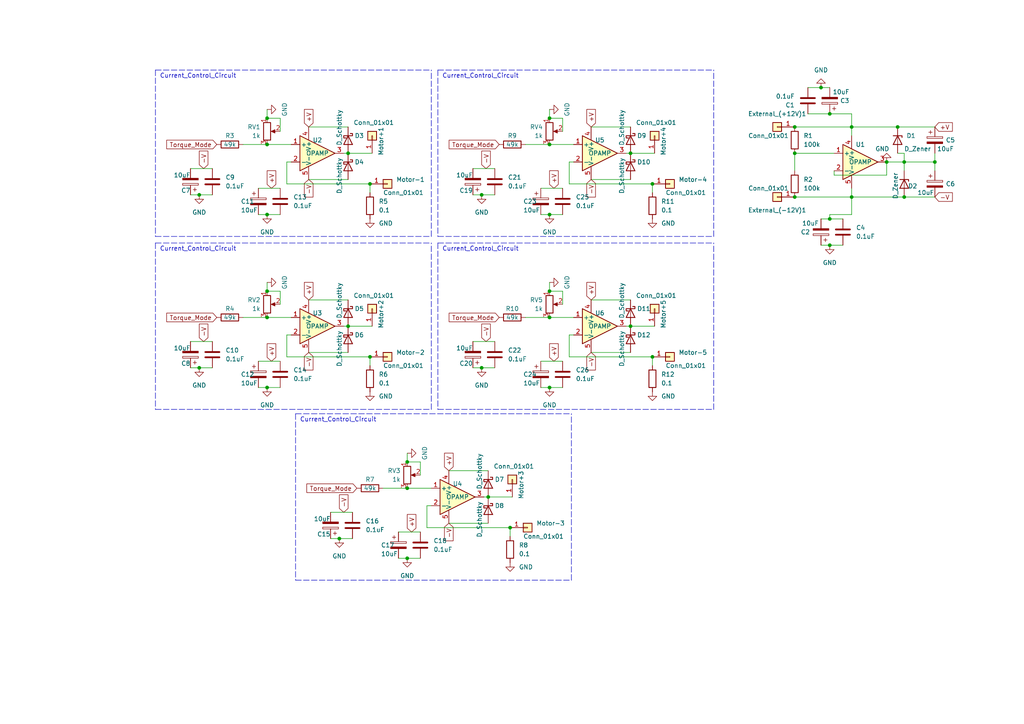
<source format=kicad_sch>
(kicad_sch (version 20211123) (generator eeschema)

  (uuid 58d31ce0-fde6-48a4-b1e6-df1c0acadbe0)

  (paper "A4")

  (lib_symbols
    (symbol "Connector_Generic:Conn_01x01" (pin_names (offset 1.016) hide) (in_bom yes) (on_board yes)
      (property "Reference" "J" (id 0) (at 0 2.54 0)
        (effects (font (size 1.27 1.27)))
      )
      (property "Value" "Conn_01x01" (id 1) (at 0 -2.54 0)
        (effects (font (size 1.27 1.27)))
      )
      (property "Footprint" "" (id 2) (at 0 0 0)
        (effects (font (size 1.27 1.27)) hide)
      )
      (property "Datasheet" "~" (id 3) (at 0 0 0)
        (effects (font (size 1.27 1.27)) hide)
      )
      (property "ki_keywords" "connector" (id 4) (at 0 0 0)
        (effects (font (size 1.27 1.27)) hide)
      )
      (property "ki_description" "Generic connector, single row, 01x01, script generated (kicad-library-utils/schlib/autogen/connector/)" (id 5) (at 0 0 0)
        (effects (font (size 1.27 1.27)) hide)
      )
      (property "ki_fp_filters" "Connector*:*_1x??_*" (id 6) (at 0 0 0)
        (effects (font (size 1.27 1.27)) hide)
      )
      (symbol "Conn_01x01_1_1"
        (rectangle (start -1.27 0.127) (end 0 -0.127)
          (stroke (width 0.1524) (type default) (color 0 0 0 0))
          (fill (type none))
        )
        (rectangle (start -1.27 1.27) (end 1.27 -1.27)
          (stroke (width 0.254) (type default) (color 0 0 0 0))
          (fill (type background))
        )
        (pin passive line (at -5.08 0 0) (length 3.81)
          (name "Pin_1" (effects (font (size 1.27 1.27))))
          (number "1" (effects (font (size 1.27 1.27))))
        )
      )
    )
    (symbol "Device:C" (pin_numbers hide) (pin_names (offset 0.254)) (in_bom yes) (on_board yes)
      (property "Reference" "C" (id 0) (at 0.635 2.54 0)
        (effects (font (size 1.27 1.27)) (justify left))
      )
      (property "Value" "C" (id 1) (at 0.635 -2.54 0)
        (effects (font (size 1.27 1.27)) (justify left))
      )
      (property "Footprint" "" (id 2) (at 0.9652 -3.81 0)
        (effects (font (size 1.27 1.27)) hide)
      )
      (property "Datasheet" "~" (id 3) (at 0 0 0)
        (effects (font (size 1.27 1.27)) hide)
      )
      (property "ki_keywords" "cap capacitor" (id 4) (at 0 0 0)
        (effects (font (size 1.27 1.27)) hide)
      )
      (property "ki_description" "Unpolarized capacitor" (id 5) (at 0 0 0)
        (effects (font (size 1.27 1.27)) hide)
      )
      (property "ki_fp_filters" "C_*" (id 6) (at 0 0 0)
        (effects (font (size 1.27 1.27)) hide)
      )
      (symbol "C_0_1"
        (polyline
          (pts
            (xy -2.032 -0.762)
            (xy 2.032 -0.762)
          )
          (stroke (width 0.508) (type default) (color 0 0 0 0))
          (fill (type none))
        )
        (polyline
          (pts
            (xy -2.032 0.762)
            (xy 2.032 0.762)
          )
          (stroke (width 0.508) (type default) (color 0 0 0 0))
          (fill (type none))
        )
      )
      (symbol "C_1_1"
        (pin passive line (at 0 3.81 270) (length 2.794)
          (name "~" (effects (font (size 1.27 1.27))))
          (number "1" (effects (font (size 1.27 1.27))))
        )
        (pin passive line (at 0 -3.81 90) (length 2.794)
          (name "~" (effects (font (size 1.27 1.27))))
          (number "2" (effects (font (size 1.27 1.27))))
        )
      )
    )
    (symbol "Device:C_Polarized" (pin_numbers hide) (pin_names (offset 0.254)) (in_bom yes) (on_board yes)
      (property "Reference" "C" (id 0) (at 0.635 2.54 0)
        (effects (font (size 1.27 1.27)) (justify left))
      )
      (property "Value" "C_Polarized" (id 1) (at 0.635 -2.54 0)
        (effects (font (size 1.27 1.27)) (justify left))
      )
      (property "Footprint" "" (id 2) (at 0.9652 -3.81 0)
        (effects (font (size 1.27 1.27)) hide)
      )
      (property "Datasheet" "~" (id 3) (at 0 0 0)
        (effects (font (size 1.27 1.27)) hide)
      )
      (property "ki_keywords" "cap capacitor" (id 4) (at 0 0 0)
        (effects (font (size 1.27 1.27)) hide)
      )
      (property "ki_description" "Polarized capacitor" (id 5) (at 0 0 0)
        (effects (font (size 1.27 1.27)) hide)
      )
      (property "ki_fp_filters" "CP_*" (id 6) (at 0 0 0)
        (effects (font (size 1.27 1.27)) hide)
      )
      (symbol "C_Polarized_0_1"
        (rectangle (start -2.286 0.508) (end 2.286 1.016)
          (stroke (width 0) (type default) (color 0 0 0 0))
          (fill (type none))
        )
        (polyline
          (pts
            (xy -1.778 2.286)
            (xy -0.762 2.286)
          )
          (stroke (width 0) (type default) (color 0 0 0 0))
          (fill (type none))
        )
        (polyline
          (pts
            (xy -1.27 2.794)
            (xy -1.27 1.778)
          )
          (stroke (width 0) (type default) (color 0 0 0 0))
          (fill (type none))
        )
        (rectangle (start 2.286 -0.508) (end -2.286 -1.016)
          (stroke (width 0) (type default) (color 0 0 0 0))
          (fill (type outline))
        )
      )
      (symbol "C_Polarized_1_1"
        (pin passive line (at 0 3.81 270) (length 2.794)
          (name "~" (effects (font (size 1.27 1.27))))
          (number "1" (effects (font (size 1.27 1.27))))
        )
        (pin passive line (at 0 -3.81 90) (length 2.794)
          (name "~" (effects (font (size 1.27 1.27))))
          (number "2" (effects (font (size 1.27 1.27))))
        )
      )
    )
    (symbol "Device:D_Schottky" (pin_numbers hide) (pin_names (offset 1.016) hide) (in_bom yes) (on_board yes)
      (property "Reference" "D" (id 0) (at 0 2.54 0)
        (effects (font (size 1.27 1.27)))
      )
      (property "Value" "D_Schottky" (id 1) (at 0 -2.54 0)
        (effects (font (size 1.27 1.27)))
      )
      (property "Footprint" "" (id 2) (at 0 0 0)
        (effects (font (size 1.27 1.27)) hide)
      )
      (property "Datasheet" "~" (id 3) (at 0 0 0)
        (effects (font (size 1.27 1.27)) hide)
      )
      (property "ki_keywords" "diode Schottky" (id 4) (at 0 0 0)
        (effects (font (size 1.27 1.27)) hide)
      )
      (property "ki_description" "Schottky diode" (id 5) (at 0 0 0)
        (effects (font (size 1.27 1.27)) hide)
      )
      (property "ki_fp_filters" "TO-???* *_Diode_* *SingleDiode* D_*" (id 6) (at 0 0 0)
        (effects (font (size 1.27 1.27)) hide)
      )
      (symbol "D_Schottky_0_1"
        (polyline
          (pts
            (xy 1.27 0)
            (xy -1.27 0)
          )
          (stroke (width 0) (type default) (color 0 0 0 0))
          (fill (type none))
        )
        (polyline
          (pts
            (xy 1.27 1.27)
            (xy 1.27 -1.27)
            (xy -1.27 0)
            (xy 1.27 1.27)
          )
          (stroke (width 0.254) (type default) (color 0 0 0 0))
          (fill (type none))
        )
        (polyline
          (pts
            (xy -1.905 0.635)
            (xy -1.905 1.27)
            (xy -1.27 1.27)
            (xy -1.27 -1.27)
            (xy -0.635 -1.27)
            (xy -0.635 -0.635)
          )
          (stroke (width 0.254) (type default) (color 0 0 0 0))
          (fill (type none))
        )
      )
      (symbol "D_Schottky_1_1"
        (pin passive line (at -3.81 0 0) (length 2.54)
          (name "K" (effects (font (size 1.27 1.27))))
          (number "1" (effects (font (size 1.27 1.27))))
        )
        (pin passive line (at 3.81 0 180) (length 2.54)
          (name "A" (effects (font (size 1.27 1.27))))
          (number "2" (effects (font (size 1.27 1.27))))
        )
      )
    )
    (symbol "Device:D_Zener" (pin_numbers hide) (pin_names (offset 1.016) hide) (in_bom yes) (on_board yes)
      (property "Reference" "D" (id 0) (at 0 2.54 0)
        (effects (font (size 1.27 1.27)))
      )
      (property "Value" "D_Zener" (id 1) (at 0 -2.54 0)
        (effects (font (size 1.27 1.27)))
      )
      (property "Footprint" "" (id 2) (at 0 0 0)
        (effects (font (size 1.27 1.27)) hide)
      )
      (property "Datasheet" "~" (id 3) (at 0 0 0)
        (effects (font (size 1.27 1.27)) hide)
      )
      (property "ki_keywords" "diode" (id 4) (at 0 0 0)
        (effects (font (size 1.27 1.27)) hide)
      )
      (property "ki_description" "Zener diode" (id 5) (at 0 0 0)
        (effects (font (size 1.27 1.27)) hide)
      )
      (property "ki_fp_filters" "TO-???* *_Diode_* *SingleDiode* D_*" (id 6) (at 0 0 0)
        (effects (font (size 1.27 1.27)) hide)
      )
      (symbol "D_Zener_0_1"
        (polyline
          (pts
            (xy 1.27 0)
            (xy -1.27 0)
          )
          (stroke (width 0) (type default) (color 0 0 0 0))
          (fill (type none))
        )
        (polyline
          (pts
            (xy -1.27 -1.27)
            (xy -1.27 1.27)
            (xy -0.762 1.27)
          )
          (stroke (width 0.254) (type default) (color 0 0 0 0))
          (fill (type none))
        )
        (polyline
          (pts
            (xy 1.27 -1.27)
            (xy 1.27 1.27)
            (xy -1.27 0)
            (xy 1.27 -1.27)
          )
          (stroke (width 0.254) (type default) (color 0 0 0 0))
          (fill (type none))
        )
      )
      (symbol "D_Zener_1_1"
        (pin passive line (at -3.81 0 0) (length 2.54)
          (name "K" (effects (font (size 1.27 1.27))))
          (number "1" (effects (font (size 1.27 1.27))))
        )
        (pin passive line (at 3.81 0 180) (length 2.54)
          (name "A" (effects (font (size 1.27 1.27))))
          (number "2" (effects (font (size 1.27 1.27))))
        )
      )
    )
    (symbol "Device:R" (pin_numbers hide) (pin_names (offset 0)) (in_bom yes) (on_board yes)
      (property "Reference" "R" (id 0) (at 2.032 0 90)
        (effects (font (size 1.27 1.27)))
      )
      (property "Value" "R" (id 1) (at 0 0 90)
        (effects (font (size 1.27 1.27)))
      )
      (property "Footprint" "" (id 2) (at -1.778 0 90)
        (effects (font (size 1.27 1.27)) hide)
      )
      (property "Datasheet" "~" (id 3) (at 0 0 0)
        (effects (font (size 1.27 1.27)) hide)
      )
      (property "ki_keywords" "R res resistor" (id 4) (at 0 0 0)
        (effects (font (size 1.27 1.27)) hide)
      )
      (property "ki_description" "Resistor" (id 5) (at 0 0 0)
        (effects (font (size 1.27 1.27)) hide)
      )
      (property "ki_fp_filters" "R_*" (id 6) (at 0 0 0)
        (effects (font (size 1.27 1.27)) hide)
      )
      (symbol "R_0_1"
        (rectangle (start -1.016 -2.54) (end 1.016 2.54)
          (stroke (width 0.254) (type default) (color 0 0 0 0))
          (fill (type none))
        )
      )
      (symbol "R_1_1"
        (pin passive line (at 0 3.81 270) (length 1.27)
          (name "~" (effects (font (size 1.27 1.27))))
          (number "1" (effects (font (size 1.27 1.27))))
        )
        (pin passive line (at 0 -3.81 90) (length 1.27)
          (name "~" (effects (font (size 1.27 1.27))))
          (number "2" (effects (font (size 1.27 1.27))))
        )
      )
    )
    (symbol "Device:R_Potentiometer" (pin_names (offset 1.016) hide) (in_bom yes) (on_board yes)
      (property "Reference" "RV" (id 0) (at -4.445 0 90)
        (effects (font (size 1.27 1.27)))
      )
      (property "Value" "R_Potentiometer" (id 1) (at -2.54 0 90)
        (effects (font (size 1.27 1.27)))
      )
      (property "Footprint" "" (id 2) (at 0 0 0)
        (effects (font (size 1.27 1.27)) hide)
      )
      (property "Datasheet" "~" (id 3) (at 0 0 0)
        (effects (font (size 1.27 1.27)) hide)
      )
      (property "ki_keywords" "resistor variable" (id 4) (at 0 0 0)
        (effects (font (size 1.27 1.27)) hide)
      )
      (property "ki_description" "Potentiometer" (id 5) (at 0 0 0)
        (effects (font (size 1.27 1.27)) hide)
      )
      (property "ki_fp_filters" "Potentiometer*" (id 6) (at 0 0 0)
        (effects (font (size 1.27 1.27)) hide)
      )
      (symbol "R_Potentiometer_0_1"
        (polyline
          (pts
            (xy 2.54 0)
            (xy 1.524 0)
          )
          (stroke (width 0) (type default) (color 0 0 0 0))
          (fill (type none))
        )
        (polyline
          (pts
            (xy 1.143 0)
            (xy 2.286 0.508)
            (xy 2.286 -0.508)
            (xy 1.143 0)
          )
          (stroke (width 0) (type default) (color 0 0 0 0))
          (fill (type outline))
        )
        (rectangle (start 1.016 2.54) (end -1.016 -2.54)
          (stroke (width 0.254) (type default) (color 0 0 0 0))
          (fill (type none))
        )
      )
      (symbol "R_Potentiometer_1_1"
        (pin passive line (at 0 3.81 270) (length 1.27)
          (name "1" (effects (font (size 1.27 1.27))))
          (number "1" (effects (font (size 1.27 1.27))))
        )
        (pin passive line (at 3.81 0 180) (length 1.27)
          (name "2" (effects (font (size 1.27 1.27))))
          (number "2" (effects (font (size 1.27 1.27))))
        )
        (pin passive line (at 0 -3.81 90) (length 1.27)
          (name "3" (effects (font (size 1.27 1.27))))
          (number "3" (effects (font (size 1.27 1.27))))
        )
      )
    )
    (symbol "power:GND" (power) (pin_names (offset 0)) (in_bom yes) (on_board yes)
      (property "Reference" "#PWR" (id 0) (at 0 -6.35 0)
        (effects (font (size 1.27 1.27)) hide)
      )
      (property "Value" "GND" (id 1) (at 0 -3.81 0)
        (effects (font (size 1.27 1.27)))
      )
      (property "Footprint" "" (id 2) (at 0 0 0)
        (effects (font (size 1.27 1.27)) hide)
      )
      (property "Datasheet" "" (id 3) (at 0 0 0)
        (effects (font (size 1.27 1.27)) hide)
      )
      (property "ki_keywords" "power-flag" (id 4) (at 0 0 0)
        (effects (font (size 1.27 1.27)) hide)
      )
      (property "ki_description" "Power symbol creates a global label with name \"GND\" , ground" (id 5) (at 0 0 0)
        (effects (font (size 1.27 1.27)) hide)
      )
      (symbol "GND_0_1"
        (polyline
          (pts
            (xy 0 0)
            (xy 0 -1.27)
            (xy 1.27 -1.27)
            (xy 0 -2.54)
            (xy -1.27 -1.27)
            (xy 0 -1.27)
          )
          (stroke (width 0) (type default) (color 0 0 0 0))
          (fill (type none))
        )
      )
      (symbol "GND_1_1"
        (pin power_in line (at 0 0 270) (length 0) hide
          (name "GND" (effects (font (size 1.27 1.27))))
          (number "1" (effects (font (size 1.27 1.27))))
        )
      )
    )
    (symbol "pspice:OPAMP" (pin_names (offset 0.254)) (in_bom yes) (on_board yes)
      (property "Reference" "U" (id 0) (at 3.81 3.175 0)
        (effects (font (size 1.27 1.27)) (justify left))
      )
      (property "Value" "OPAMP" (id 1) (at 3.81 -3.175 0)
        (effects (font (size 1.27 1.27)) (justify left))
      )
      (property "Footprint" "" (id 2) (at 0 0 0)
        (effects (font (size 1.27 1.27)) hide)
      )
      (property "Datasheet" "~" (id 3) (at 0 0 0)
        (effects (font (size 1.27 1.27)) hide)
      )
      (property "ki_keywords" "simulation" (id 4) (at 0 0 0)
        (effects (font (size 1.27 1.27)) hide)
      )
      (property "ki_description" "OPAmp symbol for simulation only" (id 5) (at 0 0 0)
        (effects (font (size 1.27 1.27)) hide)
      )
      (symbol "OPAMP_0_1"
        (polyline
          (pts
            (xy 5.08 0)
            (xy -5.08 5.08)
            (xy -5.08 -5.08)
            (xy 5.08 0)
          )
          (stroke (width 0.254) (type default) (color 0 0 0 0))
          (fill (type background))
        )
      )
      (symbol "OPAMP_1_1"
        (pin input line (at -7.62 2.54 0) (length 2.54)
          (name "+" (effects (font (size 1.27 1.27))))
          (number "1" (effects (font (size 1.27 1.27))))
        )
        (pin input line (at -7.62 -2.54 0) (length 2.54)
          (name "-" (effects (font (size 1.27 1.27))))
          (number "2" (effects (font (size 1.27 1.27))))
        )
        (pin output line (at 7.62 0 180) (length 2.54)
          (name "~" (effects (font (size 1.27 1.27))))
          (number "3" (effects (font (size 1.27 1.27))))
        )
        (pin power_in line (at -2.54 7.62 270) (length 3.81)
          (name "V+" (effects (font (size 1.27 1.27))))
          (number "4" (effects (font (size 1.27 1.27))))
        )
        (pin power_in line (at -2.54 -7.62 90) (length 3.81)
          (name "V-" (effects (font (size 1.27 1.27))))
          (number "5" (effects (font (size 1.27 1.27))))
        )
      )
    )
  )

  (junction (at 159.385 84.455) (diameter 0) (color 0 0 0 0)
    (uuid 03a116b2-d004-4723-883c-55b8d6b2f026)
  )
  (junction (at 189.23 103.505) (diameter 0) (color 0 0 0 0)
    (uuid 0748994a-815b-408a-978a-3766c880b692)
  )
  (junction (at 159.385 41.91) (diameter 0) (color 0 0 0 0)
    (uuid 098b762d-02c1-470e-91f2-f1880ec1a0a0)
  )
  (junction (at 182.88 44.45) (diameter 0) (color 0 0 0 0)
    (uuid 0ddc6df1-1a58-4c8b-ac7c-2a196d90a771)
  )
  (junction (at 189.23 53.34) (diameter 0) (color 0 0 0 0)
    (uuid 1077caa1-5df1-4ea2-97ec-ed2098265444)
  )
  (junction (at 230.505 57.15) (diameter 0) (color 0 0 0 0)
    (uuid 16b09954-ec42-45ca-a86e-213aa318e59f)
  )
  (junction (at 159.385 34.29) (diameter 0) (color 0 0 0 0)
    (uuid 17b139a4-fad4-4fd7-b19c-9cb8975a206f)
  )
  (junction (at 57.785 106.68) (diameter 0) (color 0 0 0 0)
    (uuid 1973c3e6-8d07-427e-978c-22abbd4a85c6)
  )
  (junction (at 182.88 94.615) (diameter 0) (color 0 0 0 0)
    (uuid 21f38054-968d-485c-834a-a590ddccee2b)
  )
  (junction (at 118.11 133.985) (diameter 0) (color 0 0 0 0)
    (uuid 288e8710-23cf-47cc-92a5-0ee8c7a021a0)
  )
  (junction (at 247.015 57.15) (diameter 0) (color 0 0 0 0)
    (uuid 31f01acf-41cb-4a09-ba56-e53d7724b87a)
  )
  (junction (at 107.315 53.34) (diameter 0) (color 0 0 0 0)
    (uuid 393f3831-444c-4108-b083-308be5d287f4)
  )
  (junction (at 100.965 44.45) (diameter 0) (color 0 0 0 0)
    (uuid 459f71be-7313-4131-841a-9ccc699c470f)
  )
  (junction (at 240.665 63.5) (diameter 0) (color 0 0 0 0)
    (uuid 4b2d92c0-0f2e-4f5c-9220-46b30a2d0559)
  )
  (junction (at 238.125 25.4) (diameter 0) (color 0 0 0 0)
    (uuid 5470109d-e58d-41f3-adc6-43a1d5a01734)
  )
  (junction (at 77.47 92.075) (diameter 0) (color 0 0 0 0)
    (uuid 5baf6f88-cdbf-4e71-b795-98f14bf6bc4e)
  )
  (junction (at 230.505 44.45) (diameter 0) (color 0 0 0 0)
    (uuid 5f897db9-d6e2-4a34-b56f-1719de60e8cd)
  )
  (junction (at 77.47 84.455) (diameter 0) (color 0 0 0 0)
    (uuid 63730324-9e13-4a2b-83ad-ecfd8d9e8250)
  )
  (junction (at 118.11 161.925) (diameter 0) (color 0 0 0 0)
    (uuid 647938d6-03f8-46cd-9a00-5d788388ff64)
  )
  (junction (at 159.385 112.395) (diameter 0) (color 0 0 0 0)
    (uuid 687845ae-3acd-4824-af6b-f5b0f8a5bfae)
  )
  (junction (at 139.7 56.515) (diameter 0) (color 0 0 0 0)
    (uuid 6f425176-9bbb-42db-b236-c8dbae0a3de4)
  )
  (junction (at 262.255 57.15) (diameter 0) (color 0 0 0 0)
    (uuid 79605c80-d28a-4961-a772-87c44db9cd05)
  )
  (junction (at 118.11 141.605) (diameter 0) (color 0 0 0 0)
    (uuid 7bd0448f-c494-4b6f-9859-7fdd2001a536)
  )
  (junction (at 159.385 62.23) (diameter 0) (color 0 0 0 0)
    (uuid 7f2e1fa4-9ac8-4207-bafa-c8c61a422525)
  )
  (junction (at 262.255 46.99) (diameter 0) (color 0 0 0 0)
    (uuid 8580bc9f-e527-4d27-9957-b60cece92c97)
  )
  (junction (at 240.665 33.02) (diameter 0) (color 0 0 0 0)
    (uuid 8a9fd0a6-a010-4673-9b00-97846e255c3f)
  )
  (junction (at 100.965 94.615) (diameter 0) (color 0 0 0 0)
    (uuid 8de0d34e-eff0-4e8c-998d-58bb5657a07e)
  )
  (junction (at 77.47 62.23) (diameter 0) (color 0 0 0 0)
    (uuid 8ffafd4f-3f07-4f9c-bdc4-fe4d4621b413)
  )
  (junction (at 139.7 106.68) (diameter 0) (color 0 0 0 0)
    (uuid 91c3b7a1-7a9f-4193-881e-fc7c77f6d2a0)
  )
  (junction (at 107.315 103.505) (diameter 0) (color 0 0 0 0)
    (uuid 91e75b56-7041-48f2-8203-03ea3f20826e)
  )
  (junction (at 77.47 41.91) (diameter 0) (color 0 0 0 0)
    (uuid a3d8937e-4962-4782-82f0-1adc4fa1a12e)
  )
  (junction (at 77.47 34.29) (diameter 0) (color 0 0 0 0)
    (uuid a812fd83-aaed-4b7e-b31a-f2c8400c6496)
  )
  (junction (at 77.47 112.395) (diameter 0) (color 0 0 0 0)
    (uuid aea7bbc8-43d6-4b21-b735-37a9a2e0e9af)
  )
  (junction (at 240.665 71.12) (diameter 0) (color 0 0 0 0)
    (uuid b0882961-fa68-4c71-8c9d-efe3cd93badc)
  )
  (junction (at 257.175 46.99) (diameter 0) (color 0 0 0 0)
    (uuid b16286c8-e2fb-4f1e-b01d-061043469381)
  )
  (junction (at 159.385 92.075) (diameter 0) (color 0 0 0 0)
    (uuid bd7ecbf6-7d40-4db1-9bc6-ff8c7649bf8a)
  )
  (junction (at 230.505 36.83) (diameter 0) (color 0 0 0 0)
    (uuid bff79f17-e005-4efa-ac17-efee957d2be3)
  )
  (junction (at 98.425 156.21) (diameter 0) (color 0 0 0 0)
    (uuid cc49617e-3ff8-4271-a940-98f1881a7980)
  )
  (junction (at 147.955 153.035) (diameter 0) (color 0 0 0 0)
    (uuid cfe60582-f76f-43cf-9ad6-701d2bbf74ed)
  )
  (junction (at 260.35 36.83) (diameter 0) (color 0 0 0 0)
    (uuid d11a3209-223b-41b1-83db-e0f2fe5d86fd)
  )
  (junction (at 247.015 36.83) (diameter 0) (color 0 0 0 0)
    (uuid da3a3fdc-4813-471e-b453-bcd5760789bd)
  )
  (junction (at 141.605 144.145) (diameter 0) (color 0 0 0 0)
    (uuid e1711154-23d7-4f99-afd3-c5decf0e67e9)
  )
  (junction (at 57.785 56.515) (diameter 0) (color 0 0 0 0)
    (uuid eb78f302-03c8-49aa-b95c-8d5e323460e5)
  )
  (junction (at 271.145 46.99) (diameter 0) (color 0 0 0 0)
    (uuid f717e2da-bc13-4363-aa74-eae9b3806d8b)
  )

  (wire (pts (xy 55.245 99.06) (xy 61.595 99.06))
    (stroke (width 0) (type default) (color 0 0 0 0))
    (uuid 03ed5ee3-51c5-4030-a2ea-6540821905d1)
  )
  (wire (pts (xy 77.47 81.915) (xy 77.47 84.455))
    (stroke (width 0) (type default) (color 0 0 0 0))
    (uuid 061de9e5-8e80-4473-8f03-c200f0958dbb)
  )
  (wire (pts (xy 57.785 56.515) (xy 61.595 56.515))
    (stroke (width 0) (type default) (color 0 0 0 0))
    (uuid 07033e64-89bf-48b5-9445-07e09c7abbca)
  )
  (wire (pts (xy 271.145 46.99) (xy 271.145 49.53))
    (stroke (width 0) (type default) (color 0 0 0 0))
    (uuid 0ddc29bc-5d6a-4672-adaa-735d3eaed88c)
  )
  (wire (pts (xy 260.35 44.45) (xy 262.255 44.45))
    (stroke (width 0) (type default) (color 0 0 0 0))
    (uuid 0ed21c88-0fd7-43db-8c8c-8fcbf99ccf6c)
  )
  (wire (pts (xy 100.965 44.45) (xy 107.95 44.45))
    (stroke (width 0) (type default) (color 0 0 0 0))
    (uuid 0ef939a0-edb9-40cd-959d-da6637971013)
  )
  (wire (pts (xy 89.535 36.83) (xy 100.965 36.83))
    (stroke (width 0) (type default) (color 0 0 0 0))
    (uuid 107dc34a-10e4-4456-b8a0-f2b02c9e3b78)
  )
  (wire (pts (xy 139.7 56.515) (xy 143.51 56.515))
    (stroke (width 0) (type default) (color 0 0 0 0))
    (uuid 126fad03-952a-4c27-93aa-e8760b394954)
  )
  (wire (pts (xy 81.28 84.455) (xy 77.47 84.455))
    (stroke (width 0) (type default) (color 0 0 0 0))
    (uuid 128af9c3-1f25-46a0-b9b2-d294ed5df414)
  )
  (polyline (pts (xy 45.085 68.58) (xy 125.095 68.58))
    (stroke (width 0) (type default) (color 0 0 0 0))
    (uuid 1434839d-2052-465f-9358-eb9eda541b6f)
  )

  (wire (pts (xy 139.7 106.68) (xy 143.51 106.68))
    (stroke (width 0) (type default) (color 0 0 0 0))
    (uuid 169a9e45-f081-4121-8b01-4d29d6f4274b)
  )
  (wire (pts (xy 247.015 36.83) (xy 247.015 39.37))
    (stroke (width 0) (type default) (color 0 0 0 0))
    (uuid 16c71342-6a26-44e1-8770-8193ba084f00)
  )
  (polyline (pts (xy 207.01 68.58) (xy 207.01 20.32))
    (stroke (width 0) (type default) (color 0 0 0 0))
    (uuid 17af4537-76dc-437e-8812-2e584f76d1c4)
  )

  (wire (pts (xy 81.28 34.29) (xy 77.47 34.29))
    (stroke (width 0) (type default) (color 0 0 0 0))
    (uuid 18dfea32-2627-42f5-b481-eaeedbedb5f8)
  )
  (wire (pts (xy 230.505 57.15) (xy 247.015 57.15))
    (stroke (width 0) (type default) (color 0 0 0 0))
    (uuid 192571b8-5efc-4998-9281-d340046855ed)
  )
  (wire (pts (xy 95.885 148.59) (xy 102.235 148.59))
    (stroke (width 0) (type default) (color 0 0 0 0))
    (uuid 1974a958-87be-4718-9ba4-545162672c40)
  )
  (wire (pts (xy 260.35 36.83) (xy 271.145 36.83))
    (stroke (width 0) (type default) (color 0 0 0 0))
    (uuid 1e56d693-59c8-4e50-b4e8-0ea76aeaf3f1)
  )
  (wire (pts (xy 74.93 104.775) (xy 81.28 104.775))
    (stroke (width 0) (type default) (color 0 0 0 0))
    (uuid 21471e90-0a03-45ef-85a0-bc518d47b6e5)
  )
  (wire (pts (xy 111.125 141.605) (xy 118.11 141.605))
    (stroke (width 0) (type default) (color 0 0 0 0))
    (uuid 2349f54a-3cc9-4ddc-b434-8c938e4df892)
  )
  (wire (pts (xy 156.845 54.61) (xy 163.195 54.61))
    (stroke (width 0) (type default) (color 0 0 0 0))
    (uuid 2615a4e1-96ba-47f3-80d3-8d673e3f6df9)
  )
  (wire (pts (xy 181.61 94.615) (xy 182.88 94.615))
    (stroke (width 0) (type default) (color 0 0 0 0))
    (uuid 26789e6b-a537-4d59-bebd-b227e3064eed)
  )
  (wire (pts (xy 121.92 137.795) (xy 121.92 133.985))
    (stroke (width 0) (type default) (color 0 0 0 0))
    (uuid 286d65ae-e8cf-41bb-b433-cba8bc78a625)
  )
  (wire (pts (xy 230.505 44.45) (xy 241.935 44.45))
    (stroke (width 0) (type default) (color 0 0 0 0))
    (uuid 2a35d928-6f5b-422b-af5d-040ff7469520)
  )
  (wire (pts (xy 171.45 52.07) (xy 182.88 52.07))
    (stroke (width 0) (type default) (color 0 0 0 0))
    (uuid 2bce8abb-f829-4549-b265-ea379fed8c6a)
  )
  (wire (pts (xy 238.125 63.5) (xy 240.665 63.5))
    (stroke (width 0) (type default) (color 0 0 0 0))
    (uuid 2d439652-b2d5-47bc-94f4-1e9d051f7ea7)
  )
  (wire (pts (xy 189.23 53.34) (xy 189.23 55.88))
    (stroke (width 0) (type default) (color 0 0 0 0))
    (uuid 2ddaa26b-d228-488b-b5b1-41a51696b14c)
  )
  (wire (pts (xy 240.665 25.4) (xy 238.125 25.4))
    (stroke (width 0) (type default) (color 0 0 0 0))
    (uuid 2de25255-2848-4d92-88a1-c35bec581718)
  )
  (wire (pts (xy 230.505 44.45) (xy 230.505 49.53))
    (stroke (width 0) (type default) (color 0 0 0 0))
    (uuid 2eb54088-5df9-4f55-b85c-a46f0e006962)
  )
  (wire (pts (xy 156.845 62.23) (xy 159.385 62.23))
    (stroke (width 0) (type default) (color 0 0 0 0))
    (uuid 2f248a84-f171-4799-ba75-0327df81a321)
  )
  (polyline (pts (xy 45.085 70.485) (xy 45.085 118.745))
    (stroke (width 0) (type default) (color 0 0 0 0))
    (uuid 2fa1423b-100a-4628-9063-bff717e4d4d9)
  )
  (polyline (pts (xy 85.725 120.015) (xy 165.735 120.015))
    (stroke (width 0) (type default) (color 0 0 0 0))
    (uuid 31f4762f-31b4-4330-92c5-a15357f51025)
  )

  (wire (pts (xy 118.11 161.925) (xy 121.92 161.925))
    (stroke (width 0) (type default) (color 0 0 0 0))
    (uuid 32970098-dc07-49e8-b9f2-81478f773bc8)
  )
  (wire (pts (xy 165.1 53.34) (xy 189.23 53.34))
    (stroke (width 0) (type default) (color 0 0 0 0))
    (uuid 3666eb8e-24ee-408f-a548-283094622960)
  )
  (polyline (pts (xy 165.735 168.275) (xy 165.735 120.015))
    (stroke (width 0) (type default) (color 0 0 0 0))
    (uuid 3727859d-5b90-44ec-bbcf-28d000904bd2)
  )
  (polyline (pts (xy 127 20.32) (xy 207.01 20.32))
    (stroke (width 0) (type default) (color 0 0 0 0))
    (uuid 3927219b-c3f9-4812-bc2b-46b956c457a5)
  )

  (wire (pts (xy 137.16 48.895) (xy 143.51 48.895))
    (stroke (width 0) (type default) (color 0 0 0 0))
    (uuid 39359c33-2c98-431a-b38e-f0120be33e7d)
  )
  (wire (pts (xy 159.385 81.915) (xy 159.385 84.455))
    (stroke (width 0) (type default) (color 0 0 0 0))
    (uuid 397dfdc7-c3c2-4c80-a39d-bb6e6dcf6299)
  )
  (wire (pts (xy 98.425 156.21) (xy 102.235 156.21))
    (stroke (width 0) (type default) (color 0 0 0 0))
    (uuid 39903c12-ecd6-46c7-affd-2b3d19d8a174)
  )
  (wire (pts (xy 74.93 54.61) (xy 81.28 54.61))
    (stroke (width 0) (type default) (color 0 0 0 0))
    (uuid 39de7003-d4c2-4880-ae12-cc91e1e606b7)
  )
  (wire (pts (xy 83.185 103.505) (xy 107.315 103.505))
    (stroke (width 0) (type default) (color 0 0 0 0))
    (uuid 3adc3c54-6f2d-4e2c-9892-a3d046cc6099)
  )
  (wire (pts (xy 77.47 92.075) (xy 84.455 92.075))
    (stroke (width 0) (type default) (color 0 0 0 0))
    (uuid 3c3c7a4d-d607-4b01-95b9-e74eb2d6c531)
  )
  (wire (pts (xy 240.665 63.5) (xy 244.475 63.5))
    (stroke (width 0) (type default) (color 0 0 0 0))
    (uuid 3ca2c4cf-21b3-439b-b95e-5983c442b6f7)
  )
  (wire (pts (xy 159.385 62.23) (xy 163.195 62.23))
    (stroke (width 0) (type default) (color 0 0 0 0))
    (uuid 3f760126-32b9-4630-bab8-b29d2aaa53d4)
  )
  (wire (pts (xy 100.965 94.615) (xy 107.95 94.615))
    (stroke (width 0) (type default) (color 0 0 0 0))
    (uuid 43369627-4105-404f-8d56-be5abfdb91ef)
  )
  (wire (pts (xy 55.245 56.515) (xy 57.785 56.515))
    (stroke (width 0) (type default) (color 0 0 0 0))
    (uuid 4441fc07-ce97-4fc2-b8a1-8cb543acb560)
  )
  (wire (pts (xy 156.845 112.395) (xy 159.385 112.395))
    (stroke (width 0) (type default) (color 0 0 0 0))
    (uuid 461f8e85-ff8a-45c1-8519-c3dad17a4d09)
  )
  (wire (pts (xy 125.095 146.685) (xy 123.825 146.685))
    (stroke (width 0) (type default) (color 0 0 0 0))
    (uuid 464b28e1-424d-4801-8f32-a010b17c6a0b)
  )
  (wire (pts (xy 107.315 103.505) (xy 107.315 106.045))
    (stroke (width 0) (type default) (color 0 0 0 0))
    (uuid 465ed9a6-ab29-4142-bc6a-990009a17965)
  )
  (wire (pts (xy 89.535 52.07) (xy 100.965 52.07))
    (stroke (width 0) (type default) (color 0 0 0 0))
    (uuid 477246b8-6f4f-4e23-abc2-598acfc62128)
  )
  (wire (pts (xy 247.015 62.23) (xy 240.665 62.23))
    (stroke (width 0) (type default) (color 0 0 0 0))
    (uuid 5061e329-fcb6-459d-9d5f-dce5c5ebd2ac)
  )
  (wire (pts (xy 159.385 41.91) (xy 166.37 41.91))
    (stroke (width 0) (type default) (color 0 0 0 0))
    (uuid 51524c41-05a2-474a-8488-c89fde637566)
  )
  (polyline (pts (xy 207.01 118.745) (xy 207.01 70.485))
    (stroke (width 0) (type default) (color 0 0 0 0))
    (uuid 5286bbc5-fbb7-4fb7-9bd0-49514f94d8cc)
  )
  (polyline (pts (xy 127 20.32) (xy 127 68.58))
    (stroke (width 0) (type default) (color 0 0 0 0))
    (uuid 541c6441-e196-4901-ab60-4a8c4e7e6386)
  )

  (wire (pts (xy 147.955 153.035) (xy 147.955 155.575))
    (stroke (width 0) (type default) (color 0 0 0 0))
    (uuid 547a9124-571e-4ccc-9ed6-ded4039e604b)
  )
  (wire (pts (xy 257.175 46.99) (xy 262.255 46.99))
    (stroke (width 0) (type default) (color 0 0 0 0))
    (uuid 55096a81-6b48-4ef5-bcf9-70cf5629c014)
  )
  (wire (pts (xy 89.535 102.235) (xy 100.965 102.235))
    (stroke (width 0) (type default) (color 0 0 0 0))
    (uuid 55d83a5c-c611-4e4e-943b-b394c5c72cfd)
  )
  (wire (pts (xy 247.015 36.83) (xy 260.35 36.83))
    (stroke (width 0) (type default) (color 0 0 0 0))
    (uuid 59f79dbe-e2e4-4b19-8958-aeda36cce898)
  )
  (polyline (pts (xy 45.085 118.745) (xy 125.095 118.745))
    (stroke (width 0) (type default) (color 0 0 0 0))
    (uuid 5be97065-1dd7-4e59-bb87-1bca38889979)
  )

  (wire (pts (xy 247.015 57.15) (xy 262.255 57.15))
    (stroke (width 0) (type default) (color 0 0 0 0))
    (uuid 5e9b961f-5e05-4351-8bfa-aa172bb24734)
  )
  (wire (pts (xy 57.785 106.68) (xy 61.595 106.68))
    (stroke (width 0) (type default) (color 0 0 0 0))
    (uuid 670939f7-40f5-466a-8d20-c4d0b1501086)
  )
  (wire (pts (xy 181.61 44.45) (xy 182.88 44.45))
    (stroke (width 0) (type default) (color 0 0 0 0))
    (uuid 6bdb8730-d7e1-452a-a9de-25fc42828790)
  )
  (wire (pts (xy 257.175 46.99) (xy 257.175 50.8))
    (stroke (width 0) (type default) (color 0 0 0 0))
    (uuid 6ebf7db5-78a0-457b-b51f-fa577aa31e26)
  )
  (polyline (pts (xy 127 68.58) (xy 207.01 68.58))
    (stroke (width 0) (type default) (color 0 0 0 0))
    (uuid 70142225-13de-4663-bdd1-afba4f42f30c)
  )

  (wire (pts (xy 84.455 97.155) (xy 83.185 97.155))
    (stroke (width 0) (type default) (color 0 0 0 0))
    (uuid 74ffb7e7-a91c-4e6e-b01d-6289f16cc781)
  )
  (wire (pts (xy 123.825 153.035) (xy 147.955 153.035))
    (stroke (width 0) (type default) (color 0 0 0 0))
    (uuid 75e17acf-6925-48bf-ac86-9482ef33d18d)
  )
  (polyline (pts (xy 125.095 118.745) (xy 125.095 70.485))
    (stroke (width 0) (type default) (color 0 0 0 0))
    (uuid 762a13ce-a332-4e79-9942-8447d5dac9d8)
  )

  (wire (pts (xy 118.11 141.605) (xy 125.095 141.605))
    (stroke (width 0) (type default) (color 0 0 0 0))
    (uuid 765cd8a7-193b-4181-a96a-a6097b5a5902)
  )
  (wire (pts (xy 241.935 50.8) (xy 241.935 49.53))
    (stroke (width 0) (type default) (color 0 0 0 0))
    (uuid 78cd8e91-2584-4ba3-be33-823b1835fc7f)
  )
  (wire (pts (xy 83.185 97.155) (xy 83.185 103.505))
    (stroke (width 0) (type default) (color 0 0 0 0))
    (uuid 794bacd7-788e-460a-a671-41c703d0bbd3)
  )
  (polyline (pts (xy 45.085 70.485) (xy 125.095 70.485))
    (stroke (width 0) (type default) (color 0 0 0 0))
    (uuid 79974cfb-efe1-488d-ba83-863e193c7636)
  )

  (wire (pts (xy 247.015 54.61) (xy 247.015 57.15))
    (stroke (width 0) (type default) (color 0 0 0 0))
    (uuid 79f40917-1701-42cd-9d9b-4201e973b662)
  )
  (wire (pts (xy 55.245 48.895) (xy 61.595 48.895))
    (stroke (width 0) (type default) (color 0 0 0 0))
    (uuid 7a3cb7f8-8816-45d5-8fdc-9873a9365164)
  )
  (wire (pts (xy 77.47 62.23) (xy 81.28 62.23))
    (stroke (width 0) (type default) (color 0 0 0 0))
    (uuid 7afc61c6-b9d0-44b3-8824-4a251841af1a)
  )
  (wire (pts (xy 70.485 92.075) (xy 77.47 92.075))
    (stroke (width 0) (type default) (color 0 0 0 0))
    (uuid 7dd4404b-2e46-40d2-9b6f-2839e7c51c24)
  )
  (wire (pts (xy 166.37 97.155) (xy 165.1 97.155))
    (stroke (width 0) (type default) (color 0 0 0 0))
    (uuid 7e781b06-3a94-4d5a-8e05-76415436788b)
  )
  (wire (pts (xy 130.175 151.765) (xy 141.605 151.765))
    (stroke (width 0) (type default) (color 0 0 0 0))
    (uuid 7f1b67de-575c-4fc7-9ead-e1f2d4186134)
  )
  (wire (pts (xy 247.015 33.02) (xy 247.015 36.83))
    (stroke (width 0) (type default) (color 0 0 0 0))
    (uuid 82e86705-364a-45d1-b1d6-a2ef24efa11e)
  )
  (wire (pts (xy 163.195 84.455) (xy 159.385 84.455))
    (stroke (width 0) (type default) (color 0 0 0 0))
    (uuid 845ee657-1887-4d0d-b378-ffcb0003f6e9)
  )
  (wire (pts (xy 81.28 38.1) (xy 81.28 34.29))
    (stroke (width 0) (type default) (color 0 0 0 0))
    (uuid 8543b979-c51c-4a5e-8120-6b65c091016c)
  )
  (wire (pts (xy 95.885 156.21) (xy 98.425 156.21))
    (stroke (width 0) (type default) (color 0 0 0 0))
    (uuid 87d72dd9-1084-473a-9316-fdd341a4e26f)
  )
  (wire (pts (xy 165.1 97.155) (xy 165.1 103.505))
    (stroke (width 0) (type default) (color 0 0 0 0))
    (uuid 8b80464c-6911-47f9-8aae-44b1223f3bb0)
  )
  (wire (pts (xy 77.47 112.395) (xy 81.28 112.395))
    (stroke (width 0) (type default) (color 0 0 0 0))
    (uuid 8cf41716-e869-440b-aaee-1982ce1e585f)
  )
  (wire (pts (xy 156.845 104.775) (xy 163.195 104.775))
    (stroke (width 0) (type default) (color 0 0 0 0))
    (uuid 8e0cbbcb-c7cf-4543-9211-2325623cfdee)
  )
  (wire (pts (xy 118.11 131.445) (xy 118.11 133.985))
    (stroke (width 0) (type default) (color 0 0 0 0))
    (uuid 905af72c-178c-473a-bbc2-1fd81cb4e1d8)
  )
  (wire (pts (xy 70.485 41.91) (xy 77.47 41.91))
    (stroke (width 0) (type default) (color 0 0 0 0))
    (uuid 95c4ae06-6e57-476f-a22c-310310b17962)
  )
  (polyline (pts (xy 125.095 68.58) (xy 125.095 20.32))
    (stroke (width 0) (type default) (color 0 0 0 0))
    (uuid 9626ab4f-6b56-4328-8e0d-5a98645ff82a)
  )

  (wire (pts (xy 159.385 112.395) (xy 163.195 112.395))
    (stroke (width 0) (type default) (color 0 0 0 0))
    (uuid 9788d429-6f54-4453-a42a-b89c00f70890)
  )
  (wire (pts (xy 152.4 92.075) (xy 159.385 92.075))
    (stroke (width 0) (type default) (color 0 0 0 0))
    (uuid 979554a2-0be7-4e7d-9fe0-4ad60d73414b)
  )
  (wire (pts (xy 140.335 144.145) (xy 141.605 144.145))
    (stroke (width 0) (type default) (color 0 0 0 0))
    (uuid 9b1eaea9-1f46-433c-8266-14a03d22fec3)
  )
  (wire (pts (xy 262.255 57.15) (xy 271.145 57.15))
    (stroke (width 0) (type default) (color 0 0 0 0))
    (uuid 9b23dcfd-3e1a-4ff7-924a-38f986bb5d9a)
  )
  (wire (pts (xy 234.315 33.02) (xy 240.665 33.02))
    (stroke (width 0) (type default) (color 0 0 0 0))
    (uuid 9c4f737a-9488-4be3-a4e0-79150bdac274)
  )
  (wire (pts (xy 115.57 154.305) (xy 121.92 154.305))
    (stroke (width 0) (type default) (color 0 0 0 0))
    (uuid 9cb3b18b-4360-4b0b-a909-6b5636966f26)
  )
  (wire (pts (xy 159.385 92.075) (xy 166.37 92.075))
    (stroke (width 0) (type default) (color 0 0 0 0))
    (uuid 9e4c466e-9af3-43a4-a7c0-8be89fa7123f)
  )
  (wire (pts (xy 189.23 103.505) (xy 189.23 106.045))
    (stroke (width 0) (type default) (color 0 0 0 0))
    (uuid a2ae3ce7-7973-498d-8e04-113285b325ea)
  )
  (polyline (pts (xy 45.085 20.32) (xy 125.095 20.32))
    (stroke (width 0) (type default) (color 0 0 0 0))
    (uuid a3aed38e-960f-4356-9507-288c8bc6c298)
  )

  (wire (pts (xy 182.88 44.45) (xy 189.865 44.45))
    (stroke (width 0) (type default) (color 0 0 0 0))
    (uuid a3bb9182-da09-42f6-92c5-1937a59a9293)
  )
  (wire (pts (xy 74.93 112.395) (xy 77.47 112.395))
    (stroke (width 0) (type default) (color 0 0 0 0))
    (uuid a4f8957e-58df-4181-b0d9-0f95562bb807)
  )
  (wire (pts (xy 166.37 46.99) (xy 165.1 46.99))
    (stroke (width 0) (type default) (color 0 0 0 0))
    (uuid a58969d2-59f7-44fa-a573-7a62651e4b9d)
  )
  (polyline (pts (xy 45.085 20.32) (xy 45.085 68.58))
    (stroke (width 0) (type default) (color 0 0 0 0))
    (uuid aa991613-bb7c-4e5a-b8a1-c7b233c9460d)
  )

  (wire (pts (xy 163.195 88.265) (xy 163.195 84.455))
    (stroke (width 0) (type default) (color 0 0 0 0))
    (uuid aa9fe486-b68b-4d26-8a06-afe72e4a628a)
  )
  (wire (pts (xy 262.255 49.53) (xy 262.255 46.99))
    (stroke (width 0) (type default) (color 0 0 0 0))
    (uuid ac0d7913-980d-456c-ac20-b310283bd8b7)
  )
  (wire (pts (xy 182.88 94.615) (xy 189.865 94.615))
    (stroke (width 0) (type default) (color 0 0 0 0))
    (uuid acc7f22b-ad3f-461f-a75d-f2e888add6b1)
  )
  (wire (pts (xy 163.195 34.29) (xy 159.385 34.29))
    (stroke (width 0) (type default) (color 0 0 0 0))
    (uuid ad2b0355-158e-4661-b8de-70e167d3dc12)
  )
  (wire (pts (xy 230.505 36.83) (xy 247.015 36.83))
    (stroke (width 0) (type default) (color 0 0 0 0))
    (uuid b14d3db9-7224-4f07-b325-4b5ff31dda61)
  )
  (wire (pts (xy 137.16 99.06) (xy 143.51 99.06))
    (stroke (width 0) (type default) (color 0 0 0 0))
    (uuid b4357f85-9adb-45d6-ae26-2ee2832d4985)
  )
  (wire (pts (xy 99.695 94.615) (xy 100.965 94.615))
    (stroke (width 0) (type default) (color 0 0 0 0))
    (uuid b9e900c9-30fc-42ec-9df7-c77d7754982b)
  )
  (wire (pts (xy 240.665 71.12) (xy 244.475 71.12))
    (stroke (width 0) (type default) (color 0 0 0 0))
    (uuid ba4aea27-9ed9-4640-8591-eee29d6fac9f)
  )
  (wire (pts (xy 141.605 144.145) (xy 148.59 144.145))
    (stroke (width 0) (type default) (color 0 0 0 0))
    (uuid bb1df995-d50d-42dc-aea3-1ac01fe0ee7d)
  )
  (polyline (pts (xy 127 70.485) (xy 127 118.745))
    (stroke (width 0) (type default) (color 0 0 0 0))
    (uuid bbd33179-3c3d-4640-896a-e4eba5e33a86)
  )

  (wire (pts (xy 121.92 133.985) (xy 118.11 133.985))
    (stroke (width 0) (type default) (color 0 0 0 0))
    (uuid bc9debc7-d8d9-4641-8506-8ab683fce286)
  )
  (wire (pts (xy 81.28 88.265) (xy 81.28 84.455))
    (stroke (width 0) (type default) (color 0 0 0 0))
    (uuid bde24312-3917-4446-ad2c-2ea2db1534ef)
  )
  (wire (pts (xy 77.47 41.91) (xy 84.455 41.91))
    (stroke (width 0) (type default) (color 0 0 0 0))
    (uuid bf1640aa-47c2-4c4e-a8cc-fbeb13432c2c)
  )
  (wire (pts (xy 171.45 36.83) (xy 182.88 36.83))
    (stroke (width 0) (type default) (color 0 0 0 0))
    (uuid c054217d-b032-4134-b4e0-c61870bb5448)
  )
  (wire (pts (xy 257.175 50.8) (xy 241.935 50.8))
    (stroke (width 0) (type default) (color 0 0 0 0))
    (uuid c1c44b9f-bff6-4372-adb6-2e9def6c447b)
  )
  (wire (pts (xy 240.665 62.23) (xy 240.665 63.5))
    (stroke (width 0) (type default) (color 0 0 0 0))
    (uuid c327d4b6-3d68-427e-b420-629b52e65ff8)
  )
  (wire (pts (xy 262.255 46.99) (xy 271.145 46.99))
    (stroke (width 0) (type default) (color 0 0 0 0))
    (uuid c32c5b94-9b19-45e1-a031-d62f92275b9b)
  )
  (wire (pts (xy 238.125 71.12) (xy 240.665 71.12))
    (stroke (width 0) (type default) (color 0 0 0 0))
    (uuid c373a9f4-f493-49cb-944d-0be9a719502f)
  )
  (wire (pts (xy 171.45 102.235) (xy 182.88 102.235))
    (stroke (width 0) (type default) (color 0 0 0 0))
    (uuid c4ae75f7-ca7b-4835-ba10-d154281bed9a)
  )
  (wire (pts (xy 130.175 136.525) (xy 141.605 136.525))
    (stroke (width 0) (type default) (color 0 0 0 0))
    (uuid c6bd8d5d-6e0d-458c-bbe0-7de05209a4d0)
  )
  (polyline (pts (xy 85.725 120.015) (xy 85.725 168.275))
    (stroke (width 0) (type default) (color 0 0 0 0))
    (uuid ca029912-59df-4bb3-8e33-73126f341041)
  )

  (wire (pts (xy 99.695 44.45) (xy 100.965 44.45))
    (stroke (width 0) (type default) (color 0 0 0 0))
    (uuid cf290195-5dcf-402d-abc2-a1f9a1135b6d)
  )
  (wire (pts (xy 83.185 46.99) (xy 83.185 53.34))
    (stroke (width 0) (type default) (color 0 0 0 0))
    (uuid d36e41b2-1e59-41e0-807c-6eba1506bb9d)
  )
  (polyline (pts (xy 127 118.745) (xy 207.01 118.745))
    (stroke (width 0) (type default) (color 0 0 0 0))
    (uuid d3c2c5aa-50d5-48f5-8cd6-b66a5eea931f)
  )

  (wire (pts (xy 115.57 161.925) (xy 118.11 161.925))
    (stroke (width 0) (type default) (color 0 0 0 0))
    (uuid d9dd0f48-0a5c-4f8f-9972-bf6b54e4fb18)
  )
  (wire (pts (xy 55.245 106.68) (xy 57.785 106.68))
    (stroke (width 0) (type default) (color 0 0 0 0))
    (uuid db8597d6-0ad0-4faa-95ab-3f5af2790304)
  )
  (wire (pts (xy 271.145 46.99) (xy 271.145 44.45))
    (stroke (width 0) (type default) (color 0 0 0 0))
    (uuid df63eb16-f83d-41da-9e69-b10ecbbdeb20)
  )
  (wire (pts (xy 137.16 56.515) (xy 139.7 56.515))
    (stroke (width 0) (type default) (color 0 0 0 0))
    (uuid e0a64e47-73d0-4b94-9410-ce76d749e0d8)
  )
  (wire (pts (xy 84.455 46.99) (xy 83.185 46.99))
    (stroke (width 0) (type default) (color 0 0 0 0))
    (uuid e1955ab2-220a-435c-aad0-e6569dd662d2)
  )
  (wire (pts (xy 165.1 46.99) (xy 165.1 53.34))
    (stroke (width 0) (type default) (color 0 0 0 0))
    (uuid e3ef68ec-87da-4350-ac68-60f2210223cb)
  )
  (wire (pts (xy 262.255 44.45) (xy 262.255 46.99))
    (stroke (width 0) (type default) (color 0 0 0 0))
    (uuid e5b4474a-6949-4662-8566-c644880f4ea0)
  )
  (wire (pts (xy 171.45 86.995) (xy 182.88 86.995))
    (stroke (width 0) (type default) (color 0 0 0 0))
    (uuid e70f5258-3b9c-415e-9f9d-9ba33a6092d0)
  )
  (polyline (pts (xy 127 70.485) (xy 207.01 70.485))
    (stroke (width 0) (type default) (color 0 0 0 0))
    (uuid e72c58b6-f326-4e3e-8c2a-7b631f29e2f7)
  )

  (wire (pts (xy 247.015 57.15) (xy 247.015 62.23))
    (stroke (width 0) (type default) (color 0 0 0 0))
    (uuid e7f199f3-a6de-40cd-8304-cc1ff70297ba)
  )
  (wire (pts (xy 163.195 38.1) (xy 163.195 34.29))
    (stroke (width 0) (type default) (color 0 0 0 0))
    (uuid e8bee5ff-b65b-40e0-adc0-88365c0b6da8)
  )
  (wire (pts (xy 137.16 106.68) (xy 139.7 106.68))
    (stroke (width 0) (type default) (color 0 0 0 0))
    (uuid ebdb54cb-f7b9-433b-b5b2-bfda43a28c14)
  )
  (polyline (pts (xy 85.725 168.275) (xy 165.735 168.275))
    (stroke (width 0) (type default) (color 0 0 0 0))
    (uuid ed13fff9-be9d-4b33-a06c-ded09e16f9fa)
  )

  (wire (pts (xy 89.535 86.995) (xy 100.965 86.995))
    (stroke (width 0) (type default) (color 0 0 0 0))
    (uuid ee75a73a-57a8-4cd9-ab2f-ec9035cfe930)
  )
  (wire (pts (xy 152.4 41.91) (xy 159.385 41.91))
    (stroke (width 0) (type default) (color 0 0 0 0))
    (uuid eed68b61-6ca0-4837-bab6-228974e40954)
  )
  (wire (pts (xy 74.93 62.23) (xy 77.47 62.23))
    (stroke (width 0) (type default) (color 0 0 0 0))
    (uuid f1715218-1e24-4b76-b3dd-8158c1f3b23a)
  )
  (wire (pts (xy 240.665 33.02) (xy 247.015 33.02))
    (stroke (width 0) (type default) (color 0 0 0 0))
    (uuid f3fc4637-34ba-41f2-8de1-a720958d537a)
  )
  (wire (pts (xy 83.185 53.34) (xy 107.315 53.34))
    (stroke (width 0) (type default) (color 0 0 0 0))
    (uuid f4553459-a782-48e0-bebc-56adc1da6305)
  )
  (wire (pts (xy 165.1 103.505) (xy 189.23 103.505))
    (stroke (width 0) (type default) (color 0 0 0 0))
    (uuid f5c31953-f2a3-4165-90c7-2b61b70a7913)
  )
  (wire (pts (xy 107.315 53.34) (xy 107.315 55.88))
    (stroke (width 0) (type default) (color 0 0 0 0))
    (uuid f744d3ff-9121-4704-b3aa-61908c07679c)
  )
  (wire (pts (xy 159.385 31.75) (xy 159.385 34.29))
    (stroke (width 0) (type default) (color 0 0 0 0))
    (uuid f8a7bffe-897e-4630-ad37-1510b7992b67)
  )
  (wire (pts (xy 238.125 25.4) (xy 234.315 25.4))
    (stroke (width 0) (type default) (color 0 0 0 0))
    (uuid faa99085-8066-45bd-8686-be471bf4e617)
  )
  (wire (pts (xy 123.825 146.685) (xy 123.825 153.035))
    (stroke (width 0) (type default) (color 0 0 0 0))
    (uuid fdf76bf0-6d8d-4285-93f1-66b263f60ee7)
  )
  (wire (pts (xy 77.47 31.75) (xy 77.47 34.29))
    (stroke (width 0) (type default) (color 0 0 0 0))
    (uuid fea2eb02-19e5-461b-a72a-07701462bc3e)
  )

  (text "Current_Control_Circuit\n" (at 128.27 73.025 0)
    (effects (font (size 1.27 1.27)) (justify left bottom))
    (uuid 17bae9df-e325-4790-b63f-a93b0cbc78e0)
  )
  (text "Current_Control_Circuit\n" (at 128.27 22.86 0)
    (effects (font (size 1.27 1.27)) (justify left bottom))
    (uuid 68872462-3968-4726-90ea-9257c89bc332)
  )
  (text "Current_Control_Circuit\n" (at 46.355 22.86 0)
    (effects (font (size 1.27 1.27)) (justify left bottom))
    (uuid a90bf633-1a90-4b3d-ae32-03921f3f26ad)
  )
  (text "Current_Control_Circuit\n" (at 86.995 122.555 0)
    (effects (font (size 1.27 1.27)) (justify left bottom))
    (uuid b21eb50d-0984-4d75-a7f5-1bab7f373403)
  )
  (text "Current_Control_Circuit\n" (at 46.355 73.025 0)
    (effects (font (size 1.27 1.27)) (justify left bottom))
    (uuid d9a47324-a116-404c-926f-245fbbdff4e4)
  )

  (global_label "+V" (shape input) (at 171.45 36.83 90) (fields_autoplaced)
    (effects (font (size 1.27 1.27)) (justify left))
    (uuid 0d268877-6203-4f58-92b0-46f550b86730)
    (property "Intersheet References" "${INTERSHEET_REFS}" (id 0) (at 171.3706 31.7559 90)
      (effects (font (size 1.27 1.27)) (justify left) hide)
    )
  )
  (global_label "-V" (shape input) (at 171.45 102.235 270) (fields_autoplaced)
    (effects (font (size 1.27 1.27)) (justify right))
    (uuid 15dfe6fa-3836-4f2d-bc63-7b4140129c87)
    (property "Intersheet References" "${INTERSHEET_REFS}" (id 0) (at 171.3706 107.3091 90)
      (effects (font (size 1.27 1.27)) (justify right) hide)
    )
  )
  (global_label "-V" (shape input) (at 59.055 48.895 90) (fields_autoplaced)
    (effects (font (size 1.27 1.27)) (justify left))
    (uuid 1748f722-4f74-4de1-ad47-ce5913e4acd3)
    (property "Intersheet References" "${INTERSHEET_REFS}" (id 0) (at 59.1344 43.8209 90)
      (effects (font (size 1.27 1.27)) (justify left) hide)
    )
  )
  (global_label "-V" (shape input) (at 89.535 102.235 270) (fields_autoplaced)
    (effects (font (size 1.27 1.27)) (justify right))
    (uuid 1780fa2a-8df6-4841-873a-f9ca70b61eec)
    (property "Intersheet References" "${INTERSHEET_REFS}" (id 0) (at 89.4556 107.3091 90)
      (effects (font (size 1.27 1.27)) (justify right) hide)
    )
  )
  (global_label "-V" (shape input) (at 140.97 99.06 90) (fields_autoplaced)
    (effects (font (size 1.27 1.27)) (justify left))
    (uuid 181a323b-7b87-4835-a6c6-bb5092010ff0)
    (property "Intersheet References" "${INTERSHEET_REFS}" (id 0) (at 141.0494 93.9859 90)
      (effects (font (size 1.27 1.27)) (justify left) hide)
    )
  )
  (global_label "+V" (shape input) (at 160.655 54.61 90) (fields_autoplaced)
    (effects (font (size 1.27 1.27)) (justify left))
    (uuid 1cdb8ea8-ce0a-4dda-8e25-974d0f760827)
    (property "Intersheet References" "${INTERSHEET_REFS}" (id 0) (at 160.5756 49.5359 90)
      (effects (font (size 1.27 1.27)) (justify left) hide)
    )
  )
  (global_label "+V" (shape input) (at 119.38 154.305 90) (fields_autoplaced)
    (effects (font (size 1.27 1.27)) (justify left))
    (uuid 270c422e-a356-42ba-9597-856da70c674c)
    (property "Intersheet References" "${INTERSHEET_REFS}" (id 0) (at 119.3006 149.2309 90)
      (effects (font (size 1.27 1.27)) (justify left) hide)
    )
  )
  (global_label "Torque_Mode" (shape input) (at 62.865 92.075 180) (fields_autoplaced)
    (effects (font (size 1.27 1.27)) (justify right))
    (uuid 2a93a31d-c3d3-4621-ba9f-40e3d8db317d)
    (property "Intersheet References" "${INTERSHEET_REFS}" (id 0) (at 48.3567 91.9956 0)
      (effects (font (size 1.27 1.27)) (justify right) hide)
    )
  )
  (global_label "Torque_Mode" (shape input) (at 144.78 92.075 180) (fields_autoplaced)
    (effects (font (size 1.27 1.27)) (justify right))
    (uuid 3b5359a2-f34a-457f-9678-ff435aeea4e3)
    (property "Intersheet References" "${INTERSHEET_REFS}" (id 0) (at 130.2717 91.9956 0)
      (effects (font (size 1.27 1.27)) (justify right) hide)
    )
  )
  (global_label "Torque_Mode" (shape input) (at 62.865 41.91 180) (fields_autoplaced)
    (effects (font (size 1.27 1.27)) (justify right))
    (uuid 3f0e95e4-4374-49e2-8c3c-b26e06cd466a)
    (property "Intersheet References" "${INTERSHEET_REFS}" (id 0) (at 48.3567 41.8306 0)
      (effects (font (size 1.27 1.27)) (justify right) hide)
    )
  )
  (global_label "-V" (shape input) (at 171.45 52.07 270) (fields_autoplaced)
    (effects (font (size 1.27 1.27)) (justify right))
    (uuid 4a6d42b5-2589-4148-adc2-4f944dd59e6e)
    (property "Intersheet References" "${INTERSHEET_REFS}" (id 0) (at 171.3706 57.1441 90)
      (effects (font (size 1.27 1.27)) (justify right) hide)
    )
  )
  (global_label "+V" (shape input) (at 89.535 36.83 90) (fields_autoplaced)
    (effects (font (size 1.27 1.27)) (justify left))
    (uuid 51031f02-b764-4c22-b406-b58907aca30e)
    (property "Intersheet References" "${INTERSHEET_REFS}" (id 0) (at 89.4556 31.7559 90)
      (effects (font (size 1.27 1.27)) (justify left) hide)
    )
  )
  (global_label "-V" (shape input) (at 271.145 57.15 0) (fields_autoplaced)
    (effects (font (size 1.27 1.27)) (justify left))
    (uuid 614ca0f8-6bdc-4ede-9251-2e474e83097e)
    (property "Intersheet References" "${INTERSHEET_REFS}" (id 0) (at 276.2191 57.2294 0)
      (effects (font (size 1.27 1.27)) (justify left) hide)
    )
  )
  (global_label "Torque_Mode" (shape input) (at 103.505 141.605 180) (fields_autoplaced)
    (effects (font (size 1.27 1.27)) (justify right))
    (uuid 7029ae85-b139-432c-b139-b1e35d5b06f3)
    (property "Intersheet References" "${INTERSHEET_REFS}" (id 0) (at 88.9967 141.5256 0)
      (effects (font (size 1.27 1.27)) (justify right) hide)
    )
  )
  (global_label "-V" (shape input) (at 59.055 99.06 90) (fields_autoplaced)
    (effects (font (size 1.27 1.27)) (justify left))
    (uuid 7082ca22-6ca2-4731-b3dc-57900adeda79)
    (property "Intersheet References" "${INTERSHEET_REFS}" (id 0) (at 59.1344 93.9859 90)
      (effects (font (size 1.27 1.27)) (justify left) hide)
    )
  )
  (global_label "+V" (shape input) (at 89.535 86.995 90) (fields_autoplaced)
    (effects (font (size 1.27 1.27)) (justify left))
    (uuid 72ff1350-8ee2-4426-b0a5-e0a160adf6dc)
    (property "Intersheet References" "${INTERSHEET_REFS}" (id 0) (at 89.4556 81.9209 90)
      (effects (font (size 1.27 1.27)) (justify left) hide)
    )
  )
  (global_label "-V" (shape input) (at 89.535 52.07 270) (fields_autoplaced)
    (effects (font (size 1.27 1.27)) (justify right))
    (uuid 7a1739f7-7235-4f26-adb7-504ad477e1ca)
    (property "Intersheet References" "${INTERSHEET_REFS}" (id 0) (at 89.4556 57.1441 90)
      (effects (font (size 1.27 1.27)) (justify right) hide)
    )
  )
  (global_label "+V" (shape input) (at 271.145 36.83 0) (fields_autoplaced)
    (effects (font (size 1.27 1.27)) (justify left))
    (uuid 7d5f89ef-325f-4354-b2fd-c5a46406d73c)
    (property "Intersheet References" "${INTERSHEET_REFS}" (id 0) (at 276.2191 36.7506 0)
      (effects (font (size 1.27 1.27)) (justify left) hide)
    )
  )
  (global_label "+V" (shape input) (at 171.45 86.995 90) (fields_autoplaced)
    (effects (font (size 1.27 1.27)) (justify left))
    (uuid 8dea5469-2b3d-4700-b908-740f25f9b7d4)
    (property "Intersheet References" "${INTERSHEET_REFS}" (id 0) (at 171.3706 81.9209 90)
      (effects (font (size 1.27 1.27)) (justify left) hide)
    )
  )
  (global_label "+V" (shape input) (at 78.74 104.775 90) (fields_autoplaced)
    (effects (font (size 1.27 1.27)) (justify left))
    (uuid 92bb9b93-998f-4ec2-9c69-c79feb101696)
    (property "Intersheet References" "${INTERSHEET_REFS}" (id 0) (at 78.6606 99.7009 90)
      (effects (font (size 1.27 1.27)) (justify left) hide)
    )
  )
  (global_label "-V" (shape input) (at 130.175 151.765 270) (fields_autoplaced)
    (effects (font (size 1.27 1.27)) (justify right))
    (uuid b1ba8d30-32ce-4781-82bf-a4e912a7764b)
    (property "Intersheet References" "${INTERSHEET_REFS}" (id 0) (at 130.0956 156.8391 90)
      (effects (font (size 1.27 1.27)) (justify right) hide)
    )
  )
  (global_label "-V" (shape input) (at 99.695 148.59 90) (fields_autoplaced)
    (effects (font (size 1.27 1.27)) (justify left))
    (uuid c609ce73-0a88-4d56-b501-9662f0b636ab)
    (property "Intersheet References" "${INTERSHEET_REFS}" (id 0) (at 99.7744 143.5159 90)
      (effects (font (size 1.27 1.27)) (justify left) hide)
    )
  )
  (global_label "+V" (shape input) (at 78.74 54.61 90) (fields_autoplaced)
    (effects (font (size 1.27 1.27)) (justify left))
    (uuid d56aefd2-55da-43dc-a776-d916b905fac5)
    (property "Intersheet References" "${INTERSHEET_REFS}" (id 0) (at 78.6606 49.5359 90)
      (effects (font (size 1.27 1.27)) (justify left) hide)
    )
  )
  (global_label "+V" (shape input) (at 130.175 136.525 90) (fields_autoplaced)
    (effects (font (size 1.27 1.27)) (justify left))
    (uuid da38f54a-531d-41a4-ba20-61388623bbfb)
    (property "Intersheet References" "${INTERSHEET_REFS}" (id 0) (at 130.0956 131.4509 90)
      (effects (font (size 1.27 1.27)) (justify left) hide)
    )
  )
  (global_label "Torque_Mode" (shape input) (at 144.78 41.91 180) (fields_autoplaced)
    (effects (font (size 1.27 1.27)) (justify right))
    (uuid dc739a3c-9eea-4365-9932-6e1746c56dc2)
    (property "Intersheet References" "${INTERSHEET_REFS}" (id 0) (at 130.2717 41.8306 0)
      (effects (font (size 1.27 1.27)) (justify right) hide)
    )
  )
  (global_label "-V" (shape input) (at 140.97 48.895 90) (fields_autoplaced)
    (effects (font (size 1.27 1.27)) (justify left))
    (uuid f2e8376e-b812-4341-ba82-201cd94a5885)
    (property "Intersheet References" "${INTERSHEET_REFS}" (id 0) (at 141.0494 43.8209 90)
      (effects (font (size 1.27 1.27)) (justify left) hide)
    )
  )
  (global_label "+V" (shape input) (at 160.655 104.775 90) (fields_autoplaced)
    (effects (font (size 1.27 1.27)) (justify left))
    (uuid f4a84ae0-b410-4a01-9e13-98abcca8e304)
    (property "Intersheet References" "${INTERSHEET_REFS}" (id 0) (at 160.5756 99.7009 90)
      (effects (font (size 1.27 1.27)) (justify left) hide)
    )
  )

  (symbol (lib_id "Device:C") (at 61.595 52.705 0) (unit 1)
    (in_bom yes) (on_board yes) (fields_autoplaced)
    (uuid 012dcbb0-6bbb-44e5-bf8d-b92af66e5c73)
    (property "Reference" "C9" (id 0) (at 65.405 51.4349 0)
      (effects (font (size 1.27 1.27)) (justify left))
    )
    (property "Value" "0.1uF" (id 1) (at 65.405 53.9749 0)
      (effects (font (size 1.27 1.27)) (justify left))
    )
    (property "Footprint" "Capacitor_SMD:C_0603_1608Metric" (id 2) (at 62.5602 56.515 0)
      (effects (font (size 1.27 1.27)) hide)
    )
    (property "Datasheet" "~" (id 3) (at 61.595 52.705 0)
      (effects (font (size 1.27 1.27)) hide)
    )
    (pin "1" (uuid ad54a0c9-7e40-4eda-a9aa-d11ad357c36e))
    (pin "2" (uuid 150b5f07-77ba-4fe8-b26c-279b69ed1235))
  )

  (symbol (lib_id "Device:C") (at 102.235 152.4 0) (unit 1)
    (in_bom yes) (on_board yes) (fields_autoplaced)
    (uuid 027485f4-219c-4b78-b343-000a6102ee52)
    (property "Reference" "C16" (id 0) (at 106.045 151.1299 0)
      (effects (font (size 1.27 1.27)) (justify left))
    )
    (property "Value" "0.1uF" (id 1) (at 106.045 153.6699 0)
      (effects (font (size 1.27 1.27)) (justify left))
    )
    (property "Footprint" "Capacitor_SMD:C_0603_1608Metric" (id 2) (at 103.2002 156.21 0)
      (effects (font (size 1.27 1.27)) hide)
    )
    (property "Datasheet" "~" (id 3) (at 102.235 152.4 0)
      (effects (font (size 1.27 1.27)) hide)
    )
    (pin "1" (uuid 151ed157-ac83-4407-88ad-676810279925))
    (pin "2" (uuid bbbc5bd8-7a49-48ba-b9c7-89dec6f964fc))
  )

  (symbol (lib_id "Device:C_Polarized") (at 137.16 52.705 180) (unit 1)
    (in_bom yes) (on_board yes)
    (uuid 04e2b183-04f9-4761-92a7-969cf5721821)
    (property "Reference" "C19" (id 0) (at 137.16 55.245 0)
      (effects (font (size 1.27 1.27)) (justify left))
    )
    (property "Value" "10uF" (id 1) (at 137.16 50.8 0)
      (effects (font (size 1.27 1.27)) (justify left))
    )
    (property "Footprint" "Capacitor_Tantalum_SMD:CP_EIA-3216-18_Kemet-A" (id 2) (at 136.1948 48.895 0)
      (effects (font (size 1.27 1.27)) hide)
    )
    (property "Datasheet" "~" (id 3) (at 137.16 52.705 0)
      (effects (font (size 1.27 1.27)) hide)
    )
    (pin "1" (uuid a93ec425-5a54-4441-af33-568bcc5be2c7))
    (pin "2" (uuid 7e58a014-469e-4f3d-adda-c8ba319794b7))
  )

  (symbol (lib_id "Connector_Generic:Conn_01x01") (at 112.395 103.505 0) (unit 1)
    (in_bom yes) (on_board yes)
    (uuid 0753a261-a611-453d-a3f3-34e3da1b282f)
    (property "Reference" "Motor-2" (id 0) (at 114.935 102.2349 0)
      (effects (font (size 1.27 1.27)) (justify left))
    )
    (property "Value" "Conn_01x01" (id 1) (at 111.125 106.045 0)
      (effects (font (size 1.27 1.27)) (justify left))
    )
    (property "Footprint" "Connector_Wire:SolderWirePad_1x01_SMD_1x2mm" (id 2) (at 112.395 103.505 0)
      (effects (font (size 1.27 1.27)) hide)
    )
    (property "Datasheet" "~" (id 3) (at 112.395 103.505 0)
      (effects (font (size 1.27 1.27)) hide)
    )
    (pin "1" (uuid ed7b46a0-87cd-49a9-9d1d-bcb3d7effcf0))
  )

  (symbol (lib_id "Device:C_Polarized") (at 137.16 102.87 180) (unit 1)
    (in_bom yes) (on_board yes)
    (uuid 0945aaf8-000a-4c12-8835-41d018ee205b)
    (property "Reference" "C20" (id 0) (at 137.16 105.41 0)
      (effects (font (size 1.27 1.27)) (justify left))
    )
    (property "Value" "10uF" (id 1) (at 137.16 100.965 0)
      (effects (font (size 1.27 1.27)) (justify left))
    )
    (property "Footprint" "Capacitor_Tantalum_SMD:CP_EIA-3216-18_Kemet-A" (id 2) (at 136.1948 99.06 0)
      (effects (font (size 1.27 1.27)) hide)
    )
    (property "Datasheet" "~" (id 3) (at 137.16 102.87 0)
      (effects (font (size 1.27 1.27)) hide)
    )
    (pin "1" (uuid 6fda85a0-2819-4a9f-be45-6ca17161b194))
    (pin "2" (uuid c02bf296-9fda-4a7b-a342-40d7ac55fae0))
  )

  (symbol (lib_id "power:GND") (at 77.47 31.75 90) (unit 1)
    (in_bom yes) (on_board yes) (fields_autoplaced)
    (uuid 0cdaaf0f-d0b4-4e22-bcb0-c59433770b3e)
    (property "Reference" "#PWR06" (id 0) (at 83.82 31.75 0)
      (effects (font (size 1.27 1.27)) hide)
    )
    (property "Value" "GND" (id 1) (at 82.55 31.75 0))
    (property "Footprint" "" (id 2) (at 77.47 31.75 0)
      (effects (font (size 1.27 1.27)) hide)
    )
    (property "Datasheet" "" (id 3) (at 77.47 31.75 0)
      (effects (font (size 1.27 1.27)) hide)
    )
    (pin "1" (uuid b5a28727-50cc-4902-bf67-7539db0eff59))
  )

  (symbol (lib_id "Device:D_Schottky") (at 182.88 98.425 270) (unit 1)
    (in_bom yes) (on_board yes)
    (uuid 0e4ea025-8176-4615-b43f-a348e96431d6)
    (property "Reference" "D12" (id 0) (at 184.785 97.155 90)
      (effects (font (size 1.27 1.27)) (justify left))
    )
    (property "Value" "D_Schottky" (id 1) (at 180.34 95.885 0)
      (effects (font (size 1.27 1.27)) (justify left))
    )
    (property "Footprint" "Diode_SMD:D_SOD-123" (id 2) (at 182.88 98.425 0)
      (effects (font (size 1.27 1.27)) hide)
    )
    (property "Datasheet" "~" (id 3) (at 182.88 98.425 0)
      (effects (font (size 1.27 1.27)) hide)
    )
    (pin "1" (uuid 6da6ae20-7ec6-4246-b406-057df6f58c93))
    (pin "2" (uuid 0fa2124a-793d-4f78-be35-084ce7cba8dd))
  )

  (symbol (lib_id "power:GND") (at 77.47 62.23 0) (unit 1)
    (in_bom yes) (on_board yes) (fields_autoplaced)
    (uuid 0ec54692-59a5-4268-82d4-0c45842414ed)
    (property "Reference" "#PWR07" (id 0) (at 77.47 68.58 0)
      (effects (font (size 1.27 1.27)) hide)
    )
    (property "Value" "GND" (id 1) (at 77.47 67.31 0))
    (property "Footprint" "" (id 2) (at 77.47 62.23 0)
      (effects (font (size 1.27 1.27)) hide)
    )
    (property "Datasheet" "" (id 3) (at 77.47 62.23 0)
      (effects (font (size 1.27 1.27)) hide)
    )
    (pin "1" (uuid c7ec5f9a-54ca-410f-b99f-bd6c0ff9072a))
  )

  (symbol (lib_id "power:GND") (at 159.385 62.23 0) (unit 1)
    (in_bom yes) (on_board yes) (fields_autoplaced)
    (uuid 14cce220-238d-4ec1-9af7-939902c87972)
    (property "Reference" "#PWR019" (id 0) (at 159.385 68.58 0)
      (effects (font (size 1.27 1.27)) hide)
    )
    (property "Value" "GND" (id 1) (at 159.385 67.31 0))
    (property "Footprint" "" (id 2) (at 159.385 62.23 0)
      (effects (font (size 1.27 1.27)) hide)
    )
    (property "Datasheet" "" (id 3) (at 159.385 62.23 0)
      (effects (font (size 1.27 1.27)) hide)
    )
    (pin "1" (uuid bed9de9a-3292-42b5-8a35-98c5cd0461ab))
  )

  (symbol (lib_id "pspice:OPAMP") (at 249.555 46.99 0) (unit 1)
    (in_bom yes) (on_board yes)
    (uuid 2103f55b-877c-4202-b8ae-14caaf584381)
    (property "Reference" "U1" (id 0) (at 249.555 41.91 0))
    (property "Value" "OPAMP" (id 1) (at 249.555 46.99 0))
    (property "Footprint" "Package_TO_SOT_THT:TO-220-11_P3.4x2.54mm_StaggerOdd_Lead5.84mm_TabDown" (id 2) (at 249.555 46.99 0)
      (effects (font (size 1.27 1.27)) hide)
    )
    (property "Datasheet" "~" (id 3) (at 249.555 46.99 0)
      (effects (font (size 1.27 1.27)) hide)
    )
    (pin "1" (uuid ce11e189-371a-4816-8f71-e8e76f0c92c1))
    (pin "2" (uuid cca50338-ee29-4877-92e3-662c489d3f85))
    (pin "3" (uuid 3c707e5a-fa8d-4f16-a6b2-f9d93bc68995))
    (pin "4" (uuid 6c3694f2-57b9-4d7a-b76b-99c791781f39))
    (pin "5" (uuid 5747dc5e-2867-4050-863f-4a38f998413f))
  )

  (symbol (lib_id "Device:R") (at 107.315 141.605 90) (unit 1)
    (in_bom yes) (on_board yes)
    (uuid 27d117f8-4343-4021-bdd5-c13e97acc936)
    (property "Reference" "R7" (id 0) (at 107.315 139.065 90))
    (property "Value" "49k" (id 1) (at 107.315 141.605 90))
    (property "Footprint" "Resistor_SMD:R_0603_1608Metric" (id 2) (at 107.315 143.383 90)
      (effects (font (size 1.27 1.27)) hide)
    )
    (property "Datasheet" "~" (id 3) (at 107.315 141.605 0)
      (effects (font (size 1.27 1.27)) hide)
    )
    (pin "1" (uuid 8343da99-c397-46fa-8809-9ede1230814f))
    (pin "2" (uuid d3ffc575-2f2e-4dc6-a111-f62e7952de3f))
  )

  (symbol (lib_id "power:GND") (at 107.315 113.665 0) (unit 1)
    (in_bom yes) (on_board yes) (fields_autoplaced)
    (uuid 28452dfb-f19b-43d3-85d1-1d18f1304abe)
    (property "Reference" "#PWR012" (id 0) (at 107.315 120.015 0)
      (effects (font (size 1.27 1.27)) hide)
    )
    (property "Value" "GND" (id 1) (at 109.855 114.9349 0)
      (effects (font (size 1.27 1.27)) (justify left))
    )
    (property "Footprint" "" (id 2) (at 107.315 113.665 0)
      (effects (font (size 1.27 1.27)) hide)
    )
    (property "Datasheet" "" (id 3) (at 107.315 113.665 0)
      (effects (font (size 1.27 1.27)) hide)
    )
    (pin "1" (uuid ed0668bb-81d3-49b5-9d19-b4a2e6bf9535))
  )

  (symbol (lib_id "Device:C") (at 143.51 102.87 0) (unit 1)
    (in_bom yes) (on_board yes) (fields_autoplaced)
    (uuid 3320e688-e353-4743-b667-583fbba9a411)
    (property "Reference" "C22" (id 0) (at 147.32 101.5999 0)
      (effects (font (size 1.27 1.27)) (justify left))
    )
    (property "Value" "0.1uF" (id 1) (at 147.32 104.1399 0)
      (effects (font (size 1.27 1.27)) (justify left))
    )
    (property "Footprint" "Capacitor_SMD:C_0603_1608Metric" (id 2) (at 144.4752 106.68 0)
      (effects (font (size 1.27 1.27)) hide)
    )
    (property "Datasheet" "~" (id 3) (at 143.51 102.87 0)
      (effects (font (size 1.27 1.27)) hide)
    )
    (pin "1" (uuid 1f10ba59-5284-4ed9-8341-c5c8ddf1852b))
    (pin "2" (uuid 0b4720a1-2b5c-4cd9-b122-bda7d0a4760e))
  )

  (symbol (lib_id "Device:R") (at 148.59 92.075 90) (unit 1)
    (in_bom yes) (on_board yes)
    (uuid 339bc204-0b9e-4b19-acc1-a3eaa62d2693)
    (property "Reference" "R10" (id 0) (at 148.59 89.535 90))
    (property "Value" "49k" (id 1) (at 148.59 92.075 90))
    (property "Footprint" "Resistor_SMD:R_0603_1608Metric" (id 2) (at 148.59 93.853 90)
      (effects (font (size 1.27 1.27)) hide)
    )
    (property "Datasheet" "~" (id 3) (at 148.59 92.075 0)
      (effects (font (size 1.27 1.27)) hide)
    )
    (pin "1" (uuid 5925dcc4-ee3b-457f-a276-e2f1fd5f1c24))
    (pin "2" (uuid 3bf2822e-6412-4b98-885b-32e0f4688ddc))
  )

  (symbol (lib_id "Device:C") (at 234.315 29.21 180) (unit 1)
    (in_bom yes) (on_board yes) (fields_autoplaced)
    (uuid 35c37275-7c6e-4d21-b4c1-f13103579d25)
    (property "Reference" "C1" (id 0) (at 230.505 30.4801 0)
      (effects (font (size 1.27 1.27)) (justify left))
    )
    (property "Value" "0.1uF" (id 1) (at 230.505 27.9401 0)
      (effects (font (size 1.27 1.27)) (justify left))
    )
    (property "Footprint" "Capacitor_SMD:C_0603_1608Metric" (id 2) (at 233.3498 25.4 0)
      (effects (font (size 1.27 1.27)) hide)
    )
    (property "Datasheet" "~" (id 3) (at 234.315 29.21 0)
      (effects (font (size 1.27 1.27)) hide)
    )
    (pin "1" (uuid b655a2f9-4170-4eba-ae2b-f01b3a846d5a))
    (pin "2" (uuid 93c29d0c-3f70-480c-9f00-0f62604fad90))
  )

  (symbol (lib_id "Device:R") (at 107.315 59.69 0) (unit 1)
    (in_bom yes) (on_board yes) (fields_autoplaced)
    (uuid 397a7ee3-df6a-4242-b602-7941eb89be3d)
    (property "Reference" "R5" (id 0) (at 109.855 58.4199 0)
      (effects (font (size 1.27 1.27)) (justify left))
    )
    (property "Value" "0.1" (id 1) (at 109.855 60.9599 0)
      (effects (font (size 1.27 1.27)) (justify left))
    )
    (property "Footprint" "Resistor_SMD:R_2512_6332Metric" (id 2) (at 105.537 59.69 90)
      (effects (font (size 1.27 1.27)) hide)
    )
    (property "Datasheet" "~" (id 3) (at 107.315 59.69 0)
      (effects (font (size 1.27 1.27)) hide)
    )
    (pin "1" (uuid f1e89ec8-65e5-4339-ad0c-344cb74b9dfd))
    (pin "2" (uuid 6be77832-e15d-4a60-9764-0df148c8703e))
  )

  (symbol (lib_id "power:GND") (at 77.47 112.395 0) (unit 1)
    (in_bom yes) (on_board yes) (fields_autoplaced)
    (uuid 3a2c8f9b-e3d9-4df7-b0f8-1c4f24696f13)
    (property "Reference" "#PWR09" (id 0) (at 77.47 118.745 0)
      (effects (font (size 1.27 1.27)) hide)
    )
    (property "Value" "GND" (id 1) (at 77.47 117.475 0))
    (property "Footprint" "" (id 2) (at 77.47 112.395 0)
      (effects (font (size 1.27 1.27)) hide)
    )
    (property "Datasheet" "" (id 3) (at 77.47 112.395 0)
      (effects (font (size 1.27 1.27)) hide)
    )
    (pin "1" (uuid 85546cb0-1eec-4014-87c9-8fd0533082e5))
  )

  (symbol (lib_id "Device:R") (at 189.23 59.69 0) (unit 1)
    (in_bom yes) (on_board yes) (fields_autoplaced)
    (uuid 3ad3e516-7347-450d-a78a-b6a6bd7ce08c)
    (property "Reference" "R11" (id 0) (at 191.77 58.4199 0)
      (effects (font (size 1.27 1.27)) (justify left))
    )
    (property "Value" "0.1" (id 1) (at 191.77 60.9599 0)
      (effects (font (size 1.27 1.27)) (justify left))
    )
    (property "Footprint" "Resistor_SMD:R_2512_6332Metric" (id 2) (at 187.452 59.69 90)
      (effects (font (size 1.27 1.27)) hide)
    )
    (property "Datasheet" "~" (id 3) (at 189.23 59.69 0)
      (effects (font (size 1.27 1.27)) hide)
    )
    (pin "1" (uuid deb74ae5-8a06-4cb8-8463-c3cfd843df37))
    (pin "2" (uuid d166e167-f028-4d7e-acce-5f5453b729e3))
  )

  (symbol (lib_id "power:GND") (at 159.385 81.915 90) (unit 1)
    (in_bom yes) (on_board yes) (fields_autoplaced)
    (uuid 3ccd60fd-014f-4085-84c9-7db714f264a7)
    (property "Reference" "#PWR020" (id 0) (at 165.735 81.915 0)
      (effects (font (size 1.27 1.27)) hide)
    )
    (property "Value" "GND" (id 1) (at 164.465 81.915 0))
    (property "Footprint" "" (id 2) (at 159.385 81.915 0)
      (effects (font (size 1.27 1.27)) hide)
    )
    (property "Datasheet" "" (id 3) (at 159.385 81.915 0)
      (effects (font (size 1.27 1.27)) hide)
    )
    (pin "1" (uuid 47242edb-57e6-4a1c-be3d-7859ec0a1531))
  )

  (symbol (lib_id "Device:D_Schottky") (at 100.965 48.26 270) (unit 1)
    (in_bom yes) (on_board yes)
    (uuid 3d7b3a59-895e-4b9e-894a-4f4e0446bbdb)
    (property "Reference" "D4" (id 0) (at 102.87 46.99 90)
      (effects (font (size 1.27 1.27)) (justify left))
    )
    (property "Value" "D_Schottky" (id 1) (at 98.425 45.72 0)
      (effects (font (size 1.27 1.27)) (justify left))
    )
    (property "Footprint" "Diode_SMD:D_SOD-123" (id 2) (at 100.965 48.26 0)
      (effects (font (size 1.27 1.27)) hide)
    )
    (property "Datasheet" "~" (id 3) (at 100.965 48.26 0)
      (effects (font (size 1.27 1.27)) hide)
    )
    (pin "1" (uuid d7de5430-1815-4ff3-9d51-6542c33b5d74))
    (pin "2" (uuid 31bac40e-9c62-4eca-becf-2dd956a7da8a))
  )

  (symbol (lib_id "pspice:OPAMP") (at 132.715 144.145 0) (unit 1)
    (in_bom yes) (on_board yes)
    (uuid 4a190e9c-ef4d-4267-8148-36df804f23a5)
    (property "Reference" "U4" (id 0) (at 132.715 140.335 0))
    (property "Value" "OPAMP" (id 1) (at 132.715 144.145 0))
    (property "Footprint" "Package_TO_SOT_SMD:TO-263-5_TabPin6" (id 2) (at 132.715 144.145 0)
      (effects (font (size 1.27 1.27)) hide)
    )
    (property "Datasheet" "~" (id 3) (at 132.715 144.145 0)
      (effects (font (size 1.27 1.27)) hide)
    )
    (pin "1" (uuid eed116d5-dc21-4e7b-8125-5285ecbc43b9))
    (pin "2" (uuid 9066dd93-94fd-4472-af70-3f96e7be181e))
    (pin "3" (uuid a034f510-dd1a-47c7-b434-452326c68aee))
    (pin "4" (uuid a8184b27-6c52-4731-991e-4f07008fdfad))
    (pin "5" (uuid aaab0a0c-3cd1-4f24-83e2-3604da517bbb))
  )

  (symbol (lib_id "Device:C") (at 121.92 158.115 0) (unit 1)
    (in_bom yes) (on_board yes) (fields_autoplaced)
    (uuid 4d83bf70-503c-43cc-8120-8be373a1cf6e)
    (property "Reference" "C18" (id 0) (at 125.73 156.8449 0)
      (effects (font (size 1.27 1.27)) (justify left))
    )
    (property "Value" "0.1uF" (id 1) (at 125.73 159.3849 0)
      (effects (font (size 1.27 1.27)) (justify left))
    )
    (property "Footprint" "Capacitor_SMD:C_0603_1608Metric" (id 2) (at 122.8852 161.925 0)
      (effects (font (size 1.27 1.27)) hide)
    )
    (property "Datasheet" "~" (id 3) (at 121.92 158.115 0)
      (effects (font (size 1.27 1.27)) hide)
    )
    (pin "1" (uuid fcc56e9d-1070-42b7-9758-caacab90499d))
    (pin "2" (uuid 600e1380-2345-4f5a-b167-02c22bd08f41))
  )

  (symbol (lib_id "pspice:OPAMP") (at 92.075 44.45 0) (unit 1)
    (in_bom yes) (on_board yes)
    (uuid 4f23fe86-6265-4d63-a975-8e35608a552a)
    (property "Reference" "U2" (id 0) (at 92.075 40.64 0))
    (property "Value" "OPAMP" (id 1) (at 92.075 44.45 0))
    (property "Footprint" "Package_TO_SOT_SMD:TO-263-5_TabPin6" (id 2) (at 92.075 44.45 0)
      (effects (font (size 1.27 1.27)) hide)
    )
    (property "Datasheet" "~" (id 3) (at 92.075 44.45 0)
      (effects (font (size 1.27 1.27)) hide)
    )
    (pin "1" (uuid f6c780a6-68ee-4b1e-a547-97717636f78d))
    (pin "2" (uuid 8d969379-7b16-4905-be7e-fdc1a38ab3ef))
    (pin "3" (uuid bb0604ad-36ce-4ebf-b64d-d1a508578601))
    (pin "4" (uuid 1bf768e1-9cee-4fa1-b413-b588d2e96333))
    (pin "5" (uuid 863f4700-ac29-4131-acad-1973461b03bf))
  )

  (symbol (lib_id "Device:C_Polarized") (at 271.145 40.64 0) (unit 1)
    (in_bom yes) (on_board yes)
    (uuid 559eb338-81a2-4a0d-b4f9-ce460d3c4b17)
    (property "Reference" "C5" (id 0) (at 274.32 40.64 0)
      (effects (font (size 1.27 1.27)) (justify left))
    )
    (property "Value" "10uF" (id 1) (at 271.78 43.18 0)
      (effects (font (size 1.27 1.27)) (justify left))
    )
    (property "Footprint" "Capacitor_Tantalum_SMD:CP_EIA-3216-18_Kemet-A" (id 2) (at 272.1102 44.45 0)
      (effects (font (size 1.27 1.27)) hide)
    )
    (property "Datasheet" "~" (id 3) (at 271.145 40.64 0)
      (effects (font (size 1.27 1.27)) hide)
    )
    (pin "1" (uuid 6657964b-f8cf-49b1-9deb-a1d273ff8102))
    (pin "2" (uuid 5f0343eb-2079-42ee-a955-8827a61fdb2a))
  )

  (symbol (lib_id "Connector_Generic:Conn_01x01") (at 107.95 89.535 90) (unit 1)
    (in_bom yes) (on_board yes)
    (uuid 599e1a91-359a-44c4-a6db-89b2209635c2)
    (property "Reference" "Motor+2" (id 0) (at 110.49 95.25 0)
      (effects (font (size 1.27 1.27)) (justify left))
    )
    (property "Value" "Conn_01x01" (id 1) (at 114.3 85.725 90)
      (effects (font (size 1.27 1.27)) (justify left))
    )
    (property "Footprint" "Connector_Wire:SolderWirePad_1x01_SMD_1x2mm" (id 2) (at 107.95 89.535 0)
      (effects (font (size 1.27 1.27)) hide)
    )
    (property "Datasheet" "~" (id 3) (at 107.95 89.535 0)
      (effects (font (size 1.27 1.27)) hide)
    )
    (pin "1" (uuid c2d1c0e2-fbf7-4bd5-a4b2-cd0264d7addd))
  )

  (symbol (lib_id "Device:D_Schottky") (at 100.965 98.425 270) (unit 1)
    (in_bom yes) (on_board yes)
    (uuid 619af6d9-e526-4d08-9fc2-3cb8dbd1a918)
    (property "Reference" "D6" (id 0) (at 102.87 97.155 90)
      (effects (font (size 1.27 1.27)) (justify left))
    )
    (property "Value" "D_Schottky" (id 1) (at 98.425 95.885 0)
      (effects (font (size 1.27 1.27)) (justify left))
    )
    (property "Footprint" "Diode_SMD:D_SOD-123" (id 2) (at 100.965 98.425 0)
      (effects (font (size 1.27 1.27)) hide)
    )
    (property "Datasheet" "~" (id 3) (at 100.965 98.425 0)
      (effects (font (size 1.27 1.27)) hide)
    )
    (pin "1" (uuid 3c851171-c148-4edb-87eb-31087f23e791))
    (pin "2" (uuid 0d6ab37b-4826-445d-a59b-8697f445de3e))
  )

  (symbol (lib_id "Device:D_Schottky") (at 182.88 90.805 270) (unit 1)
    (in_bom yes) (on_board yes)
    (uuid 65d59988-7c8d-4235-bbf4-96373653dfd2)
    (property "Reference" "D11" (id 0) (at 184.785 89.535 90)
      (effects (font (size 1.27 1.27)) (justify left))
    )
    (property "Value" "D_Schottky" (id 1) (at 180.34 81.915 0)
      (effects (font (size 1.27 1.27)) (justify left))
    )
    (property "Footprint" "Diode_SMD:D_SOD-123" (id 2) (at 182.88 90.805 0)
      (effects (font (size 1.27 1.27)) hide)
    )
    (property "Datasheet" "~" (id 3) (at 182.88 90.805 0)
      (effects (font (size 1.27 1.27)) hide)
    )
    (pin "1" (uuid 27d7d1e5-99e2-471e-8d5c-5992ade28403))
    (pin "2" (uuid 1b5b8098-f8cb-40b2-b37b-044cc7220597))
  )

  (symbol (lib_id "Device:C_Polarized") (at 156.845 58.42 0) (unit 1)
    (in_bom yes) (on_board yes)
    (uuid 66bcd420-3bf5-4cfc-aed3-5222fb28f882)
    (property "Reference" "C23" (id 0) (at 151.765 58.42 0)
      (effects (font (size 1.27 1.27)) (justify left))
    )
    (property "Value" "10uF" (id 1) (at 151.765 60.96 0)
      (effects (font (size 1.27 1.27)) (justify left))
    )
    (property "Footprint" "Capacitor_Tantalum_SMD:CP_EIA-3216-18_Kemet-A" (id 2) (at 157.8102 62.23 0)
      (effects (font (size 1.27 1.27)) hide)
    )
    (property "Datasheet" "~" (id 3) (at 156.845 58.42 0)
      (effects (font (size 1.27 1.27)) hide)
    )
    (pin "1" (uuid 2a5411f9-9130-4919-92bf-b5e35ab2ee70))
    (pin "2" (uuid 0e6470b3-521f-47fd-9a65-a984cb3a508f))
  )

  (symbol (lib_id "Device:R_Potentiometer") (at 77.47 38.1 0) (unit 1)
    (in_bom yes) (on_board yes) (fields_autoplaced)
    (uuid 69856224-859b-4c68-8012-a6e0b6f76f98)
    (property "Reference" "RV1" (id 0) (at 75.565 36.8299 0)
      (effects (font (size 1.27 1.27)) (justify right))
    )
    (property "Value" "1k" (id 1) (at 75.565 39.3699 0)
      (effects (font (size 1.27 1.27)) (justify right))
    )
    (property "Footprint" "Potentiometer_SMD:Potentiometer_Bourns_3224W_Vertical" (id 2) (at 77.47 38.1 0)
      (effects (font (size 1.27 1.27)) hide)
    )
    (property "Datasheet" "~" (id 3) (at 77.47 38.1 0)
      (effects (font (size 1.27 1.27)) hide)
    )
    (pin "1" (uuid f18239ee-6f55-46d5-ab0e-0ff0ab1cb48a))
    (pin "2" (uuid d443aeb9-d254-4487-95cf-6e6e0a81f4d8))
    (pin "3" (uuid f1a581f0-a7ad-41c6-8c7b-7e9549d88038))
  )

  (symbol (lib_id "Connector_Generic:Conn_01x01") (at 107.95 39.37 90) (unit 1)
    (in_bom yes) (on_board yes)
    (uuid 6b7412a2-5d21-40ca-af28-17ebe315013e)
    (property "Reference" "Motor+1" (id 0) (at 110.49 45.085 0)
      (effects (font (size 1.27 1.27)) (justify left))
    )
    (property "Value" "Conn_01x01" (id 1) (at 114.3 35.56 90)
      (effects (font (size 1.27 1.27)) (justify left))
    )
    (property "Footprint" "Connector_Wire:SolderWirePad_1x01_SMD_1x2mm" (id 2) (at 107.95 39.37 0)
      (effects (font (size 1.27 1.27)) hide)
    )
    (property "Datasheet" "~" (id 3) (at 107.95 39.37 0)
      (effects (font (size 1.27 1.27)) hide)
    )
    (pin "1" (uuid 8e267524-e149-4ee1-9407-00cb7f5bbca7))
  )

  (symbol (lib_id "pspice:OPAMP") (at 173.99 94.615 0) (unit 1)
    (in_bom yes) (on_board yes)
    (uuid 6e11addd-c32f-4c53-b231-f03755532fb1)
    (property "Reference" "U6" (id 0) (at 173.99 90.805 0))
    (property "Value" "OPAMP" (id 1) (at 173.99 94.615 0))
    (property "Footprint" "Package_TO_SOT_SMD:TO-263-5_TabPin6" (id 2) (at 173.99 94.615 0)
      (effects (font (size 1.27 1.27)) hide)
    )
    (property "Datasheet" "~" (id 3) (at 173.99 94.615 0)
      (effects (font (size 1.27 1.27)) hide)
    )
    (pin "1" (uuid 480db4c7-3518-439e-a04b-0bf6f8db4ed4))
    (pin "2" (uuid dd7fe206-d311-4d2c-9f90-64857c16853e))
    (pin "3" (uuid f41e50e3-e1c6-4e37-b89a-05f3f501a74e))
    (pin "4" (uuid ee06e298-fd7d-458d-bb42-0cfff29853bc))
    (pin "5" (uuid 98f83013-2342-48df-a67e-0e874dafbb91))
  )

  (symbol (lib_id "Device:D_Schottky") (at 100.965 40.64 270) (unit 1)
    (in_bom yes) (on_board yes)
    (uuid 7146db99-a3b9-4312-bc59-ff25e58688ff)
    (property "Reference" "D3" (id 0) (at 102.87 39.37 90)
      (effects (font (size 1.27 1.27)) (justify left))
    )
    (property "Value" "D_Schottky" (id 1) (at 98.425 31.75 0)
      (effects (font (size 1.27 1.27)) (justify left))
    )
    (property "Footprint" "Diode_SMD:D_SOD-123" (id 2) (at 100.965 40.64 0)
      (effects (font (size 1.27 1.27)) hide)
    )
    (property "Datasheet" "~" (id 3) (at 100.965 40.64 0)
      (effects (font (size 1.27 1.27)) hide)
    )
    (pin "1" (uuid efa51a03-5644-458f-8b4f-a9ca5a639470))
    (pin "2" (uuid c43bab19-7e30-4d59-855b-2614cd143be9))
  )

  (symbol (lib_id "Device:R_Potentiometer") (at 159.385 88.265 0) (unit 1)
    (in_bom yes) (on_board yes) (fields_autoplaced)
    (uuid 769e952a-7c03-4b47-b429-dd8eae3c3f68)
    (property "Reference" "RV5" (id 0) (at 157.48 86.9949 0)
      (effects (font (size 1.27 1.27)) (justify right))
    )
    (property "Value" "1k" (id 1) (at 157.48 89.5349 0)
      (effects (font (size 1.27 1.27)) (justify right))
    )
    (property "Footprint" "Potentiometer_SMD:Potentiometer_Bourns_3224W_Vertical" (id 2) (at 159.385 88.265 0)
      (effects (font (size 1.27 1.27)) hide)
    )
    (property "Datasheet" "~" (id 3) (at 159.385 88.265 0)
      (effects (font (size 1.27 1.27)) hide)
    )
    (pin "1" (uuid 80ee9865-e776-4c43-bb4e-aa57dccf0bbc))
    (pin "2" (uuid 0f54df41-6b87-4534-92cd-6cea6105ab82))
    (pin "3" (uuid 1b351be9-7664-4abf-9958-9c7c7020d614))
  )

  (symbol (lib_id "power:GND") (at 189.23 63.5 0) (unit 1)
    (in_bom yes) (on_board yes) (fields_autoplaced)
    (uuid 7b64206a-1d64-4f4a-bb2d-5fc4942438c9)
    (property "Reference" "#PWR022" (id 0) (at 189.23 69.85 0)
      (effects (font (size 1.27 1.27)) hide)
    )
    (property "Value" "GND" (id 1) (at 191.77 64.7699 0)
      (effects (font (size 1.27 1.27)) (justify left))
    )
    (property "Footprint" "" (id 2) (at 189.23 63.5 0)
      (effects (font (size 1.27 1.27)) hide)
    )
    (property "Datasheet" "" (id 3) (at 189.23 63.5 0)
      (effects (font (size 1.27 1.27)) hide)
    )
    (pin "1" (uuid c12147c4-3139-4392-9b97-270bf2692721))
  )

  (symbol (lib_id "Device:R_Potentiometer") (at 77.47 88.265 0) (unit 1)
    (in_bom yes) (on_board yes) (fields_autoplaced)
    (uuid 7bb91157-eb7b-4b2d-8e3b-87ab2ddc5fd8)
    (property "Reference" "RV2" (id 0) (at 75.565 86.9949 0)
      (effects (font (size 1.27 1.27)) (justify right))
    )
    (property "Value" "1k" (id 1) (at 75.565 89.5349 0)
      (effects (font (size 1.27 1.27)) (justify right))
    )
    (property "Footprint" "Potentiometer_SMD:Potentiometer_Bourns_3224W_Vertical" (id 2) (at 77.47 88.265 0)
      (effects (font (size 1.27 1.27)) hide)
    )
    (property "Datasheet" "~" (id 3) (at 77.47 88.265 0)
      (effects (font (size 1.27 1.27)) hide)
    )
    (pin "1" (uuid da432450-b2a6-478e-994f-79acd23ea75e))
    (pin "2" (uuid f76fbe2d-0a0a-4dc0-9e6d-e817d916ee57))
    (pin "3" (uuid b07b556b-240c-431e-8db9-e90bf4081dbe))
  )

  (symbol (lib_id "power:GND") (at 118.11 131.445 90) (unit 1)
    (in_bom yes) (on_board yes) (fields_autoplaced)
    (uuid 7bf15da3-2a45-4f61-9bd8-4c4d09a68d4e)
    (property "Reference" "#PWR013" (id 0) (at 124.46 131.445 0)
      (effects (font (size 1.27 1.27)) hide)
    )
    (property "Value" "GND" (id 1) (at 123.19 131.445 0))
    (property "Footprint" "" (id 2) (at 118.11 131.445 0)
      (effects (font (size 1.27 1.27)) hide)
    )
    (property "Datasheet" "" (id 3) (at 118.11 131.445 0)
      (effects (font (size 1.27 1.27)) hide)
    )
    (pin "1" (uuid d5bc2fb2-9d62-40bc-b8f4-346da5365586))
  )

  (symbol (lib_id "Device:D_Schottky") (at 182.88 48.26 270) (unit 1)
    (in_bom yes) (on_board yes)
    (uuid 7c920bca-e1c4-437b-ab2a-538fb63130c5)
    (property "Reference" "D10" (id 0) (at 184.785 46.99 90)
      (effects (font (size 1.27 1.27)) (justify left))
    )
    (property "Value" "D_Schottky" (id 1) (at 180.34 45.72 0)
      (effects (font (size 1.27 1.27)) (justify left))
    )
    (property "Footprint" "Diode_SMD:D_SOD-123" (id 2) (at 182.88 48.26 0)
      (effects (font (size 1.27 1.27)) hide)
    )
    (property "Datasheet" "~" (id 3) (at 182.88 48.26 0)
      (effects (font (size 1.27 1.27)) hide)
    )
    (pin "1" (uuid aca02ba4-9402-46f0-beee-3a001c2b8b7d))
    (pin "2" (uuid a7ef14f1-18e5-4b28-816c-bd40a7777f49))
  )

  (symbol (lib_id "Device:D_Schottky") (at 141.605 140.335 270) (unit 1)
    (in_bom yes) (on_board yes)
    (uuid 7d0758d5-0be9-4c41-ab5c-72bb65ca5b2c)
    (property "Reference" "D7" (id 0) (at 143.51 139.065 90)
      (effects (font (size 1.27 1.27)) (justify left))
    )
    (property "Value" "D_Schottky" (id 1) (at 139.065 131.445 0)
      (effects (font (size 1.27 1.27)) (justify left))
    )
    (property "Footprint" "Diode_SMD:D_SOD-123" (id 2) (at 141.605 140.335 0)
      (effects (font (size 1.27 1.27)) hide)
    )
    (property "Datasheet" "~" (id 3) (at 141.605 140.335 0)
      (effects (font (size 1.27 1.27)) hide)
    )
    (pin "1" (uuid 89a19717-1c0a-45fa-8408-9a0c0c444048))
    (pin "2" (uuid f54c8db8-4d0f-45e7-a571-6b595e3ae257))
  )

  (symbol (lib_id "power:GND") (at 238.125 25.4 180) (unit 1)
    (in_bom yes) (on_board yes) (fields_autoplaced)
    (uuid 7d39987c-0f88-4588-bd8f-fe879daf3f70)
    (property "Reference" "#PWR01" (id 0) (at 238.125 19.05 0)
      (effects (font (size 1.27 1.27)) hide)
    )
    (property "Value" "GND" (id 1) (at 238.125 20.32 0))
    (property "Footprint" "" (id 2) (at 238.125 25.4 0)
      (effects (font (size 1.27 1.27)) hide)
    )
    (property "Datasheet" "" (id 3) (at 238.125 25.4 0)
      (effects (font (size 1.27 1.27)) hide)
    )
    (pin "1" (uuid 8f3f97fb-28f3-4f80-90a3-693e5eb51104))
  )

  (symbol (lib_id "Device:C") (at 81.28 108.585 0) (unit 1)
    (in_bom yes) (on_board yes) (fields_autoplaced)
    (uuid 81e6860c-8c73-4159-b260-de11beedac79)
    (property "Reference" "C14" (id 0) (at 85.09 107.3149 0)
      (effects (font (size 1.27 1.27)) (justify left))
    )
    (property "Value" "0.1uF" (id 1) (at 85.09 109.8549 0)
      (effects (font (size 1.27 1.27)) (justify left))
    )
    (property "Footprint" "Capacitor_SMD:C_0603_1608Metric" (id 2) (at 82.2452 112.395 0)
      (effects (font (size 1.27 1.27)) hide)
    )
    (property "Datasheet" "~" (id 3) (at 81.28 108.585 0)
      (effects (font (size 1.27 1.27)) hide)
    )
    (pin "1" (uuid c1d063e6-dd57-4e49-a992-bc48831615e2))
    (pin "2" (uuid 507bca6b-aa4b-429c-9891-206a34875076))
  )

  (symbol (lib_id "power:GND") (at 159.385 31.75 90) (unit 1)
    (in_bom yes) (on_board yes) (fields_autoplaced)
    (uuid 85448691-59d6-4fa3-85ce-2ada93ec255e)
    (property "Reference" "#PWR018" (id 0) (at 165.735 31.75 0)
      (effects (font (size 1.27 1.27)) hide)
    )
    (property "Value" "GND" (id 1) (at 164.465 31.75 0))
    (property "Footprint" "" (id 2) (at 159.385 31.75 0)
      (effects (font (size 1.27 1.27)) hide)
    )
    (property "Datasheet" "" (id 3) (at 159.385 31.75 0)
      (effects (font (size 1.27 1.27)) hide)
    )
    (pin "1" (uuid 53bb4e40-5b79-4bc9-8f2f-ba62ced85a0c))
  )

  (symbol (lib_id "Device:R") (at 148.59 41.91 90) (unit 1)
    (in_bom yes) (on_board yes)
    (uuid 854adc1f-b423-401a-a0f7-50bd4fa58663)
    (property "Reference" "R9" (id 0) (at 148.59 39.37 90))
    (property "Value" "49k" (id 1) (at 148.59 41.91 90))
    (property "Footprint" "Resistor_SMD:R_0603_1608Metric" (id 2) (at 148.59 43.688 90)
      (effects (font (size 1.27 1.27)) hide)
    )
    (property "Datasheet" "~" (id 3) (at 148.59 41.91 0)
      (effects (font (size 1.27 1.27)) hide)
    )
    (pin "1" (uuid 11f9f558-cc81-4e3b-9685-703659f5130c))
    (pin "2" (uuid 0fd47774-1b91-4b39-b8b8-3d89a823a2ce))
  )

  (symbol (lib_id "power:GND") (at 98.425 156.21 0) (unit 1)
    (in_bom yes) (on_board yes) (fields_autoplaced)
    (uuid 8635c52a-2fcc-4df0-82c7-0bb53a8438b1)
    (property "Reference" "#PWR010" (id 0) (at 98.425 162.56 0)
      (effects (font (size 1.27 1.27)) hide)
    )
    (property "Value" "GND" (id 1) (at 98.425 161.29 0))
    (property "Footprint" "" (id 2) (at 98.425 156.21 0)
      (effects (font (size 1.27 1.27)) hide)
    )
    (property "Datasheet" "" (id 3) (at 98.425 156.21 0)
      (effects (font (size 1.27 1.27)) hide)
    )
    (pin "1" (uuid c8a547a8-efed-4d2a-bc24-0494b422f47f))
  )

  (symbol (lib_id "Device:R") (at 66.675 92.075 90) (unit 1)
    (in_bom yes) (on_board yes)
    (uuid 87aa9311-a88f-4691-a95c-1d69468ac89d)
    (property "Reference" "R4" (id 0) (at 66.675 89.535 90))
    (property "Value" "49k" (id 1) (at 66.675 92.075 90))
    (property "Footprint" "Resistor_SMD:R_0603_1608Metric" (id 2) (at 66.675 93.853 90)
      (effects (font (size 1.27 1.27)) hide)
    )
    (property "Datasheet" "~" (id 3) (at 66.675 92.075 0)
      (effects (font (size 1.27 1.27)) hide)
    )
    (pin "1" (uuid 5dc5d0e6-7f88-4402-b920-53a506d40988))
    (pin "2" (uuid 9551a3d7-b519-4fba-8cd6-0d8a1b55873c))
  )

  (symbol (lib_id "power:GND") (at 147.955 163.195 0) (unit 1)
    (in_bom yes) (on_board yes) (fields_autoplaced)
    (uuid 8b4d9400-e3f1-43ec-a789-7d21a9f66e25)
    (property "Reference" "#PWR017" (id 0) (at 147.955 169.545 0)
      (effects (font (size 1.27 1.27)) hide)
    )
    (property "Value" "GND" (id 1) (at 150.495 164.4649 0)
      (effects (font (size 1.27 1.27)) (justify left))
    )
    (property "Footprint" "" (id 2) (at 147.955 163.195 0)
      (effects (font (size 1.27 1.27)) hide)
    )
    (property "Datasheet" "" (id 3) (at 147.955 163.195 0)
      (effects (font (size 1.27 1.27)) hide)
    )
    (pin "1" (uuid 4cd29cb6-9d72-4690-a3ec-35862e25ca27))
  )

  (symbol (lib_id "Device:C_Polarized") (at 156.845 108.585 0) (unit 1)
    (in_bom yes) (on_board yes)
    (uuid 8f535b9c-5906-4edc-afca-e007e7e6c3cc)
    (property "Reference" "C24" (id 0) (at 151.765 108.585 0)
      (effects (font (size 1.27 1.27)) (justify left))
    )
    (property "Value" "10uF" (id 1) (at 151.765 111.125 0)
      (effects (font (size 1.27 1.27)) (justify left))
    )
    (property "Footprint" "Capacitor_Tantalum_SMD:CP_EIA-3216-18_Kemet-A" (id 2) (at 157.8102 112.395 0)
      (effects (font (size 1.27 1.27)) hide)
    )
    (property "Datasheet" "~" (id 3) (at 156.845 108.585 0)
      (effects (font (size 1.27 1.27)) hide)
    )
    (pin "1" (uuid 108de6ea-e535-43ab-9547-23d5675aa5c1))
    (pin "2" (uuid 138e9afd-2432-4ddc-95fd-3ee6b8315bfa))
  )

  (symbol (lib_id "Device:D_Zener") (at 262.255 53.34 270) (unit 1)
    (in_bom yes) (on_board yes)
    (uuid 90a16024-fb11-4d9e-b9cd-12b29d81a18f)
    (property "Reference" "D2" (id 0) (at 266.065 53.975 90)
      (effects (font (size 1.27 1.27)) (justify right))
    )
    (property "Value" "D_Zener" (id 1) (at 259.715 57.785 0)
      (effects (font (size 1.27 1.27)) (justify right))
    )
    (property "Footprint" "Diode_SMD:D_SOD-123" (id 2) (at 262.255 53.34 0)
      (effects (font (size 1.27 1.27)) hide)
    )
    (property "Datasheet" "~" (id 3) (at 262.255 53.34 0)
      (effects (font (size 1.27 1.27)) hide)
    )
    (pin "1" (uuid 0799b5ab-ad17-47be-8b4c-e17776634252))
    (pin "2" (uuid 9bdd88ac-52c0-4cf8-b8e3-68130ba4bd1a))
  )

  (symbol (lib_id "Device:C") (at 143.51 52.705 0) (unit 1)
    (in_bom yes) (on_board yes) (fields_autoplaced)
    (uuid 91530090-fa5d-40ac-a0fc-74b6185bf22e)
    (property "Reference" "C21" (id 0) (at 147.32 51.4349 0)
      (effects (font (size 1.27 1.27)) (justify left))
    )
    (property "Value" "0.1uF" (id 1) (at 147.32 53.9749 0)
      (effects (font (size 1.27 1.27)) (justify left))
    )
    (property "Footprint" "Capacitor_SMD:C_0603_1608Metric" (id 2) (at 144.4752 56.515 0)
      (effects (font (size 1.27 1.27)) hide)
    )
    (property "Datasheet" "~" (id 3) (at 143.51 52.705 0)
      (effects (font (size 1.27 1.27)) hide)
    )
    (pin "1" (uuid 5cac367e-e24b-4867-8437-82b9563791c5))
    (pin "2" (uuid 2c15a171-0522-4dc3-890c-e06a3709e057))
  )

  (symbol (lib_id "pspice:OPAMP") (at 92.075 94.615 0) (unit 1)
    (in_bom yes) (on_board yes)
    (uuid 9225a804-e833-4773-a657-93802b1784a6)
    (property "Reference" "U3" (id 0) (at 92.075 90.805 0))
    (property "Value" "OPAMP" (id 1) (at 92.075 94.615 0))
    (property "Footprint" "Package_TO_SOT_SMD:TO-263-5_TabPin6" (id 2) (at 92.075 94.615 0)
      (effects (font (size 1.27 1.27)) hide)
    )
    (property "Datasheet" "~" (id 3) (at 92.075 94.615 0)
      (effects (font (size 1.27 1.27)) hide)
    )
    (pin "1" (uuid bd1598e1-0258-4241-83a1-5cf24496b836))
    (pin "2" (uuid d226334d-eb0c-41d7-9c09-09dce8983ef3))
    (pin "3" (uuid bce96667-a4dc-4008-88ef-0c46b4c5de5b))
    (pin "4" (uuid 5106459c-6a9d-44a6-9982-d33224e5575e))
    (pin "5" (uuid c52d6fbd-88c3-430c-9576-37b3ee89fdaf))
  )

  (symbol (lib_id "Connector_Generic:Conn_01x01") (at 189.865 39.37 90) (unit 1)
    (in_bom yes) (on_board yes)
    (uuid 92a77dee-9372-4e53-a9f2-6ca2ea470d82)
    (property "Reference" "Motor+4" (id 0) (at 192.405 45.085 0)
      (effects (font (size 1.27 1.27)) (justify left))
    )
    (property "Value" "Conn_01x01" (id 1) (at 196.215 35.56 90)
      (effects (font (size 1.27 1.27)) (justify left))
    )
    (property "Footprint" "Connector_Wire:SolderWirePad_1x01_SMD_1x2mm" (id 2) (at 189.865 39.37 0)
      (effects (font (size 1.27 1.27)) hide)
    )
    (property "Datasheet" "~" (id 3) (at 189.865 39.37 0)
      (effects (font (size 1.27 1.27)) hide)
    )
    (pin "1" (uuid 8c030619-84a6-4a3e-9429-6b7bc91e64c3))
  )

  (symbol (lib_id "Device:R") (at 189.23 109.855 0) (unit 1)
    (in_bom yes) (on_board yes) (fields_autoplaced)
    (uuid 95030d65-ddb0-4c98-a181-a5cdb6d93171)
    (property "Reference" "R12" (id 0) (at 191.77 108.5849 0)
      (effects (font (size 1.27 1.27)) (justify left))
    )
    (property "Value" "0.1" (id 1) (at 191.77 111.1249 0)
      (effects (font (size 1.27 1.27)) (justify left))
    )
    (property "Footprint" "Resistor_SMD:R_2512_6332Metric" (id 2) (at 187.452 109.855 90)
      (effects (font (size 1.27 1.27)) hide)
    )
    (property "Datasheet" "~" (id 3) (at 189.23 109.855 0)
      (effects (font (size 1.27 1.27)) hide)
    )
    (pin "1" (uuid 10cc0fbd-34a1-4f9f-8c35-147aa5dd8bf3))
    (pin "2" (uuid b52cb22d-42cd-4e30-b66b-0f810d954f12))
  )

  (symbol (lib_id "Connector_Generic:Conn_01x01") (at 225.425 36.83 180) (unit 1)
    (in_bom yes) (on_board yes)
    (uuid 96b90bdd-ea51-44c9-a3ae-5f0bb76a85ed)
    (property "Reference" "External_(+12V)1" (id 0) (at 225.425 33.02 0))
    (property "Value" "Conn_01x01" (id 1) (at 222.885 39.37 0))
    (property "Footprint" "Connector_Wire:SolderWirePad_1x01_SMD_1x2mm" (id 2) (at 225.425 36.83 0)
      (effects (font (size 1.27 1.27)) hide)
    )
    (property "Datasheet" "~" (id 3) (at 225.425 36.83 0)
      (effects (font (size 1.27 1.27)) hide)
    )
    (pin "1" (uuid 090a3d58-c880-4da5-812f-09d6565d318c))
  )

  (symbol (lib_id "Connector_Generic:Conn_01x01") (at 148.59 139.065 90) (unit 1)
    (in_bom yes) (on_board yes)
    (uuid 97e8a460-f86a-44b5-8785-ed7b93000f77)
    (property "Reference" "Motor+3" (id 0) (at 151.13 144.78 0)
      (effects (font (size 1.27 1.27)) (justify left))
    )
    (property "Value" "Conn_01x01" (id 1) (at 154.94 135.255 90)
      (effects (font (size 1.27 1.27)) (justify left))
    )
    (property "Footprint" "Connector_Wire:SolderWirePad_1x01_SMD_1x2mm" (id 2) (at 148.59 139.065 0)
      (effects (font (size 1.27 1.27)) hide)
    )
    (property "Datasheet" "~" (id 3) (at 148.59 139.065 0)
      (effects (font (size 1.27 1.27)) hide)
    )
    (pin "1" (uuid de66b459-1808-4c6c-80d1-2934c01e39ef))
  )

  (symbol (lib_id "Device:C_Polarized") (at 115.57 158.115 0) (unit 1)
    (in_bom yes) (on_board yes)
    (uuid 9a76a9de-dd4a-4623-918a-e71b79273a44)
    (property "Reference" "C17" (id 0) (at 110.49 158.115 0)
      (effects (font (size 1.27 1.27)) (justify left))
    )
    (property "Value" "10uF" (id 1) (at 110.49 160.655 0)
      (effects (font (size 1.27 1.27)) (justify left))
    )
    (property "Footprint" "Capacitor_Tantalum_SMD:CP_EIA-3216-18_Kemet-A" (id 2) (at 116.5352 161.925 0)
      (effects (font (size 1.27 1.27)) hide)
    )
    (property "Datasheet" "~" (id 3) (at 115.57 158.115 0)
      (effects (font (size 1.27 1.27)) hide)
    )
    (pin "1" (uuid 55fcb2b3-01d4-4b37-baaa-5af07135561e))
    (pin "2" (uuid 4b303bb6-6c7b-4b85-98e5-153e7b825991))
  )

  (symbol (lib_id "Device:R_Potentiometer") (at 159.385 38.1 0) (unit 1)
    (in_bom yes) (on_board yes) (fields_autoplaced)
    (uuid 9aa5e4c4-89aa-4d74-af3f-99c8f475a374)
    (property "Reference" "RV4" (id 0) (at 157.48 36.8299 0)
      (effects (font (size 1.27 1.27)) (justify right))
    )
    (property "Value" "1k" (id 1) (at 157.48 39.3699 0)
      (effects (font (size 1.27 1.27)) (justify right))
    )
    (property "Footprint" "Potentiometer_SMD:Potentiometer_Bourns_3224W_Vertical" (id 2) (at 159.385 38.1 0)
      (effects (font (size 1.27 1.27)) hide)
    )
    (property "Datasheet" "~" (id 3) (at 159.385 38.1 0)
      (effects (font (size 1.27 1.27)) hide)
    )
    (pin "1" (uuid acc78232-dde3-42d4-8072-aff2b911e0b7))
    (pin "2" (uuid 37b3e503-5e90-4c7e-8df4-3192047c5c72))
    (pin "3" (uuid bad5a26b-7059-4f5d-9d18-0403906e63c5))
  )

  (symbol (lib_id "Connector_Generic:Conn_01x01") (at 112.395 53.34 0) (unit 1)
    (in_bom yes) (on_board yes)
    (uuid 9f133be2-c2be-4204-a60b-cab5d2b00f49)
    (property "Reference" "Motor-1" (id 0) (at 114.935 52.0699 0)
      (effects (font (size 1.27 1.27)) (justify left))
    )
    (property "Value" "Conn_01x01" (id 1) (at 111.125 55.88 0)
      (effects (font (size 1.27 1.27)) (justify left))
    )
    (property "Footprint" "Connector_Wire:SolderWirePad_1x01_SMD_1x2mm" (id 2) (at 112.395 53.34 0)
      (effects (font (size 1.27 1.27)) hide)
    )
    (property "Datasheet" "~" (id 3) (at 112.395 53.34 0)
      (effects (font (size 1.27 1.27)) hide)
    )
    (pin "1" (uuid c516bedc-d24f-4bc0-a7c6-574aa2d87b2b))
  )

  (symbol (lib_id "pspice:OPAMP") (at 173.99 44.45 0) (unit 1)
    (in_bom yes) (on_board yes)
    (uuid a694ee16-ae50-409c-802f-2a574e2b7a52)
    (property "Reference" "U5" (id 0) (at 173.99 40.64 0))
    (property "Value" "OPAMP" (id 1) (at 173.99 44.45 0))
    (property "Footprint" "Package_TO_SOT_SMD:TO-263-5_TabPin6" (id 2) (at 173.99 44.45 0)
      (effects (font (size 1.27 1.27)) hide)
    )
    (property "Datasheet" "~" (id 3) (at 173.99 44.45 0)
      (effects (font (size 1.27 1.27)) hide)
    )
    (pin "1" (uuid bea381e9-11a9-49c0-9e7a-6b97a09ca5ca))
    (pin "2" (uuid 0c78f08f-80d5-4d12-989b-5b831e604311))
    (pin "3" (uuid 29a8ca76-d82b-473f-b856-2a6a07bf0a61))
    (pin "4" (uuid a41b4fc4-83a9-489e-881c-b4e7066b6e05))
    (pin "5" (uuid 3917be2b-6f58-49d8-b3f6-7eafb3b2d6de))
  )

  (symbol (lib_id "Device:C") (at 163.195 58.42 0) (unit 1)
    (in_bom yes) (on_board yes) (fields_autoplaced)
    (uuid a7d0d65f-8a05-451a-97a0-a7e51f06ac02)
    (property "Reference" "C25" (id 0) (at 167.005 57.1499 0)
      (effects (font (size 1.27 1.27)) (justify left))
    )
    (property "Value" "0.1uF" (id 1) (at 167.005 59.6899 0)
      (effects (font (size 1.27 1.27)) (justify left))
    )
    (property "Footprint" "Capacitor_SMD:C_0603_1608Metric" (id 2) (at 164.1602 62.23 0)
      (effects (font (size 1.27 1.27)) hide)
    )
    (property "Datasheet" "~" (id 3) (at 163.195 58.42 0)
      (effects (font (size 1.27 1.27)) hide)
    )
    (pin "1" (uuid d3b770b6-a494-4a67-8508-0ad8aaa586ff))
    (pin "2" (uuid 3d759f11-5645-4753-be88-900eed5915d2))
  )

  (symbol (lib_id "power:GND") (at 57.785 56.515 0) (unit 1)
    (in_bom yes) (on_board yes) (fields_autoplaced)
    (uuid af1abd81-7f84-4ffa-8986-8e9280807e48)
    (property "Reference" "#PWR04" (id 0) (at 57.785 62.865 0)
      (effects (font (size 1.27 1.27)) hide)
    )
    (property "Value" "GND" (id 1) (at 57.785 61.595 0))
    (property "Footprint" "" (id 2) (at 57.785 56.515 0)
      (effects (font (size 1.27 1.27)) hide)
    )
    (property "Datasheet" "" (id 3) (at 57.785 56.515 0)
      (effects (font (size 1.27 1.27)) hide)
    )
    (pin "1" (uuid 51440116-591e-462e-a114-556dc5188528))
  )

  (symbol (lib_id "Device:C_Polarized") (at 240.665 29.21 180) (unit 1)
    (in_bom yes) (on_board yes)
    (uuid afba4e4a-4cf5-4745-a3d2-126eb59bd464)
    (property "Reference" "C3" (id 0) (at 246.38 29.21 0)
      (effects (font (size 1.27 1.27)) (justify left))
    )
    (property "Value" "10uF" (id 1) (at 246.38 26.67 0)
      (effects (font (size 1.27 1.27)) (justify left))
    )
    (property "Footprint" "Capacitor_Tantalum_SMD:CP_EIA-3216-18_Kemet-A" (id 2) (at 239.6998 25.4 0)
      (effects (font (size 1.27 1.27)) hide)
    )
    (property "Datasheet" "~" (id 3) (at 240.665 29.21 0)
      (effects (font (size 1.27 1.27)) hide)
    )
    (pin "1" (uuid 93448359-a8ba-41fa-a6ec-8631cd8275dc))
    (pin "2" (uuid bb8d92f6-0dec-4d6c-a0bf-160e20b859e5))
  )

  (symbol (lib_id "Device:D_Schottky") (at 182.88 40.64 270) (unit 1)
    (in_bom yes) (on_board yes)
    (uuid b10eba40-22d5-4403-8d1e-1080ca3f22aa)
    (property "Reference" "D9" (id 0) (at 184.785 39.37 90)
      (effects (font (size 1.27 1.27)) (justify left))
    )
    (property "Value" "D_Schottky" (id 1) (at 180.34 31.75 0)
      (effects (font (size 1.27 1.27)) (justify left))
    )
    (property "Footprint" "Diode_SMD:D_SOD-123" (id 2) (at 182.88 40.64 0)
      (effects (font (size 1.27 1.27)) hide)
    )
    (property "Datasheet" "~" (id 3) (at 182.88 40.64 0)
      (effects (font (size 1.27 1.27)) hide)
    )
    (pin "1" (uuid 0eb21097-72fa-4d1c-8835-e3a5ed4d804a))
    (pin "2" (uuid 6a56fc89-001d-41c8-af11-8982ad970f37))
  )

  (symbol (lib_id "power:GND") (at 257.175 46.99 180) (unit 1)
    (in_bom yes) (on_board yes)
    (uuid b55f9360-a38e-4943-883e-3e70fb160489)
    (property "Reference" "#PWR03" (id 0) (at 257.175 40.64 0)
      (effects (font (size 1.27 1.27)) hide)
    )
    (property "Value" "GND" (id 1) (at 255.905 43.18 0))
    (property "Footprint" "" (id 2) (at 257.175 46.99 0)
      (effects (font (size 1.27 1.27)) hide)
    )
    (property "Datasheet" "" (id 3) (at 257.175 46.99 0)
      (effects (font (size 1.27 1.27)) hide)
    )
    (pin "1" (uuid e8edb1f3-b7f5-42fe-910a-7289997e4260))
  )

  (symbol (lib_id "Device:C_Polarized") (at 271.145 53.34 0) (unit 1)
    (in_bom yes) (on_board yes)
    (uuid b5cb082d-722e-4c37-b258-58f1d702debf)
    (property "Reference" "C6" (id 0) (at 274.32 53.34 0)
      (effects (font (size 1.27 1.27)) (justify left))
    )
    (property "Value" "10uF" (id 1) (at 266.065 55.88 0)
      (effects (font (size 1.27 1.27)) (justify left))
    )
    (property "Footprint" "Capacitor_Tantalum_SMD:CP_EIA-3216-18_Kemet-A" (id 2) (at 272.1102 57.15 0)
      (effects (font (size 1.27 1.27)) hide)
    )
    (property "Datasheet" "~" (id 3) (at 271.145 53.34 0)
      (effects (font (size 1.27 1.27)) hide)
    )
    (pin "1" (uuid 34d35950-ccd8-4255-bde2-27017effd4f3))
    (pin "2" (uuid ecf1b97c-3bb6-4698-b604-9ad449228d96))
  )

  (symbol (lib_id "Device:R") (at 107.315 109.855 0) (unit 1)
    (in_bom yes) (on_board yes) (fields_autoplaced)
    (uuid b67a5dab-0f6f-4a98-8288-7d519a299add)
    (property "Reference" "R6" (id 0) (at 109.855 108.5849 0)
      (effects (font (size 1.27 1.27)) (justify left))
    )
    (property "Value" "0.1" (id 1) (at 109.855 111.1249 0)
      (effects (font (size 1.27 1.27)) (justify left))
    )
    (property "Footprint" "Resistor_SMD:R_2512_6332Metric" (id 2) (at 105.537 109.855 90)
      (effects (font (size 1.27 1.27)) hide)
    )
    (property "Datasheet" "~" (id 3) (at 107.315 109.855 0)
      (effects (font (size 1.27 1.27)) hide)
    )
    (pin "1" (uuid 3dd74bce-f798-4172-9cce-96c09f738ab9))
    (pin "2" (uuid 43d802d1-1ff9-4288-b026-09e3d2a5ff7b))
  )

  (symbol (lib_id "power:GND") (at 189.23 113.665 0) (unit 1)
    (in_bom yes) (on_board yes) (fields_autoplaced)
    (uuid b7f0f666-8bb1-4d1a-9c31-a05ad7293a15)
    (property "Reference" "#PWR023" (id 0) (at 189.23 120.015 0)
      (effects (font (size 1.27 1.27)) hide)
    )
    (property "Value" "GND" (id 1) (at 191.77 114.9349 0)
      (effects (font (size 1.27 1.27)) (justify left))
    )
    (property "Footprint" "" (id 2) (at 189.23 113.665 0)
      (effects (font (size 1.27 1.27)) hide)
    )
    (property "Datasheet" "" (id 3) (at 189.23 113.665 0)
      (effects (font (size 1.27 1.27)) hide)
    )
    (pin "1" (uuid e56d3096-aea6-43e3-be5e-78493a054fad))
  )

  (symbol (lib_id "Device:D_Schottky") (at 100.965 90.805 270) (unit 1)
    (in_bom yes) (on_board yes)
    (uuid b8f98efe-c991-444a-bb22-0151b76489d9)
    (property "Reference" "D5" (id 0) (at 102.87 89.535 90)
      (effects (font (size 1.27 1.27)) (justify left))
    )
    (property "Value" "D_Schottky" (id 1) (at 98.425 81.915 0)
      (effects (font (size 1.27 1.27)) (justify left))
    )
    (property "Footprint" "Diode_SMD:D_SOD-123" (id 2) (at 100.965 90.805 0)
      (effects (font (size 1.27 1.27)) hide)
    )
    (property "Datasheet" "~" (id 3) (at 100.965 90.805 0)
      (effects (font (size 1.27 1.27)) hide)
    )
    (pin "1" (uuid 24985be3-0da1-4562-951d-af78310f4a07))
    (pin "2" (uuid 5824790d-d267-4e0b-bd25-31adea981890))
  )

  (symbol (lib_id "Device:C") (at 163.195 108.585 0) (unit 1)
    (in_bom yes) (on_board yes) (fields_autoplaced)
    (uuid b92ddb11-ff8a-422c-8a58-c7039a973cdb)
    (property "Reference" "C26" (id 0) (at 167.005 107.3149 0)
      (effects (font (size 1.27 1.27)) (justify left))
    )
    (property "Value" "0.1uF" (id 1) (at 167.005 109.8549 0)
      (effects (font (size 1.27 1.27)) (justify left))
    )
    (property "Footprint" "Capacitor_SMD:C_0603_1608Metric" (id 2) (at 164.1602 112.395 0)
      (effects (font (size 1.27 1.27)) hide)
    )
    (property "Datasheet" "~" (id 3) (at 163.195 108.585 0)
      (effects (font (size 1.27 1.27)) hide)
    )
    (pin "1" (uuid 052c3bfb-a3e3-4c7c-8265-b967c09c0bfd))
    (pin "2" (uuid 2248f03e-f2a8-4cd1-b72c-4c0546ad5e07))
  )

  (symbol (lib_id "power:GND") (at 159.385 112.395 0) (unit 1)
    (in_bom yes) (on_board yes) (fields_autoplaced)
    (uuid b9cf8d8b-a8db-43d7-8e8a-54763d0a4ea4)
    (property "Reference" "#PWR021" (id 0) (at 159.385 118.745 0)
      (effects (font (size 1.27 1.27)) hide)
    )
    (property "Value" "GND" (id 1) (at 159.385 117.475 0))
    (property "Footprint" "" (id 2) (at 159.385 112.395 0)
      (effects (font (size 1.27 1.27)) hide)
    )
    (property "Datasheet" "" (id 3) (at 159.385 112.395 0)
      (effects (font (size 1.27 1.27)) hide)
    )
    (pin "1" (uuid bfc9f1d3-a753-4cfc-8f5f-2c80e172b52e))
  )

  (symbol (lib_id "Device:C") (at 81.28 58.42 0) (unit 1)
    (in_bom yes) (on_board yes) (fields_autoplaced)
    (uuid bae26bdd-ea33-4a93-8def-e2441d4405a1)
    (property "Reference" "C13" (id 0) (at 85.09 57.1499 0)
      (effects (font (size 1.27 1.27)) (justify left))
    )
    (property "Value" "0.1uF" (id 1) (at 85.09 59.6899 0)
      (effects (font (size 1.27 1.27)) (justify left))
    )
    (property "Footprint" "Capacitor_SMD:C_0603_1608Metric" (id 2) (at 82.2452 62.23 0)
      (effects (font (size 1.27 1.27)) hide)
    )
    (property "Datasheet" "~" (id 3) (at 81.28 58.42 0)
      (effects (font (size 1.27 1.27)) hide)
    )
    (pin "1" (uuid 83143dd5-6132-43af-99f0-e0fec6c9e4a9))
    (pin "2" (uuid c59831ab-bfd3-44a2-864b-04d582c55cc2))
  )

  (symbol (lib_id "Device:D_Schottky") (at 141.605 147.955 270) (unit 1)
    (in_bom yes) (on_board yes)
    (uuid bf438307-b426-4834-b475-52f81c707d6e)
    (property "Reference" "D8" (id 0) (at 143.51 146.685 90)
      (effects (font (size 1.27 1.27)) (justify left))
    )
    (property "Value" "D_Schottky" (id 1) (at 139.065 145.415 0)
      (effects (font (size 1.27 1.27)) (justify left))
    )
    (property "Footprint" "Diode_SMD:D_SOD-123" (id 2) (at 141.605 147.955 0)
      (effects (font (size 1.27 1.27)) hide)
    )
    (property "Datasheet" "~" (id 3) (at 141.605 147.955 0)
      (effects (font (size 1.27 1.27)) hide)
    )
    (pin "1" (uuid 556b2403-e0d5-4a7e-9bb8-0d4f94ab59a3))
    (pin "2" (uuid fdaaaca9-3397-4132-acb3-0ede9959c18a))
  )

  (symbol (lib_id "Connector_Generic:Conn_01x01") (at 189.865 89.535 90) (unit 1)
    (in_bom yes) (on_board yes)
    (uuid c5346d91-208d-46f3-811f-668e8193f3ea)
    (property "Reference" "Motor+5" (id 0) (at 192.405 95.25 0)
      (effects (font (size 1.27 1.27)) (justify left))
    )
    (property "Value" "Conn_01x01" (id 1) (at 196.215 85.725 90)
      (effects (font (size 1.27 1.27)) (justify left))
    )
    (property "Footprint" "Connector_Wire:SolderWirePad_1x01_SMD_1x2mm" (id 2) (at 189.865 89.535 0)
      (effects (font (size 1.27 1.27)) hide)
    )
    (property "Datasheet" "~" (id 3) (at 189.865 89.535 0)
      (effects (font (size 1.27 1.27)) hide)
    )
    (pin "1" (uuid 7c224c20-bc15-4afd-aa9e-d224770c384e))
  )

  (symbol (lib_id "Device:C_Polarized") (at 74.93 108.585 0) (unit 1)
    (in_bom yes) (on_board yes)
    (uuid c7539f69-ab99-4cc9-8c1e-4cafa4e43deb)
    (property "Reference" "C12" (id 0) (at 69.85 108.585 0)
      (effects (font (size 1.27 1.27)) (justify left))
    )
    (property "Value" "10uF" (id 1) (at 69.85 111.125 0)
      (effects (font (size 1.27 1.27)) (justify left))
    )
    (property "Footprint" "Capacitor_Tantalum_SMD:CP_EIA-3216-18_Kemet-A" (id 2) (at 75.8952 112.395 0)
      (effects (font (size 1.27 1.27)) hide)
    )
    (property "Datasheet" "~" (id 3) (at 74.93 108.585 0)
      (effects (font (size 1.27 1.27)) hide)
    )
    (pin "1" (uuid aeb4aee6-40b5-43d2-9648-c5c710fd3c62))
    (pin "2" (uuid 4ed69ca2-f641-48a3-915a-367246498847))
  )

  (symbol (lib_id "Device:C_Polarized") (at 238.125 67.31 180) (unit 1)
    (in_bom yes) (on_board yes)
    (uuid c85f58ee-2d44-4b42-ac9b-e98e8c14ed4a)
    (property "Reference" "C2" (id 0) (at 234.95 67.31 0)
      (effects (font (size 1.27 1.27)) (justify left))
    )
    (property "Value" "10uF" (id 1) (at 237.49 64.77 0)
      (effects (font (size 1.27 1.27)) (justify left))
    )
    (property "Footprint" "Capacitor_Tantalum_SMD:CP_EIA-3216-18_Kemet-A" (id 2) (at 237.1598 63.5 0)
      (effects (font (size 1.27 1.27)) hide)
    )
    (property "Datasheet" "~" (id 3) (at 238.125 67.31 0)
      (effects (font (size 1.27 1.27)) hide)
    )
    (pin "1" (uuid 5472693e-0d50-4d62-809f-07bbbc14b2ad))
    (pin "2" (uuid dfdd6797-469d-41b3-85c7-62aa41b29d80))
  )

  (symbol (lib_id "power:GND") (at 139.7 106.68 0) (unit 1)
    (in_bom yes) (on_board yes) (fields_autoplaced)
    (uuid cc0f06a2-afac-4ff2-88ec-79114ad5dd17)
    (property "Reference" "#PWR016" (id 0) (at 139.7 113.03 0)
      (effects (font (size 1.27 1.27)) hide)
    )
    (property "Value" "GND" (id 1) (at 139.7 111.76 0))
    (property "Footprint" "" (id 2) (at 139.7 106.68 0)
      (effects (font (size 1.27 1.27)) hide)
    )
    (property "Datasheet" "" (id 3) (at 139.7 106.68 0)
      (effects (font (size 1.27 1.27)) hide)
    )
    (pin "1" (uuid 60449cca-1916-41c8-97b1-84efdb791651))
  )

  (symbol (lib_id "Device:D_Zener") (at 260.35 40.64 270) (unit 1)
    (in_bom yes) (on_board yes)
    (uuid d813009a-166e-4a91-bf1d-480f72a1dd66)
    (property "Reference" "D1" (id 0) (at 262.89 39.3699 90)
      (effects (font (size 1.27 1.27)) (justify left))
    )
    (property "Value" "D_Zener" (id 1) (at 262.255 43.18 90)
      (effects (font (size 1.27 1.27)) (justify left))
    )
    (property "Footprint" "Diode_SMD:D_SOD-123" (id 2) (at 260.35 40.64 0)
      (effects (font (size 1.27 1.27)) hide)
    )
    (property "Datasheet" "~" (id 3) (at 260.35 40.64 0)
      (effects (font (size 1.27 1.27)) hide)
    )
    (pin "1" (uuid a7a6393c-eb6e-4af7-b0a2-8625df0024ac))
    (pin "2" (uuid 03e948cc-2609-45ef-8043-7359611bbd1b))
  )

  (symbol (lib_id "power:GND") (at 139.7 56.515 0) (unit 1)
    (in_bom yes) (on_board yes) (fields_autoplaced)
    (uuid d82f7cee-0142-4279-82c1-eade4c1fa1fa)
    (property "Reference" "#PWR015" (id 0) (at 139.7 62.865 0)
      (effects (font (size 1.27 1.27)) hide)
    )
    (property "Value" "GND" (id 1) (at 139.7 61.595 0))
    (property "Footprint" "" (id 2) (at 139.7 56.515 0)
      (effects (font (size 1.27 1.27)) hide)
    )
    (property "Datasheet" "" (id 3) (at 139.7 56.515 0)
      (effects (font (size 1.27 1.27)) hide)
    )
    (pin "1" (uuid d71e9198-68d9-49de-a600-3da037909e02))
  )

  (symbol (lib_id "power:GND") (at 118.11 161.925 0) (unit 1)
    (in_bom yes) (on_board yes) (fields_autoplaced)
    (uuid da18ffa7-8859-4700-9c3f-f557160a9543)
    (property "Reference" "#PWR014" (id 0) (at 118.11 168.275 0)
      (effects (font (size 1.27 1.27)) hide)
    )
    (property "Value" "GND" (id 1) (at 118.11 167.005 0))
    (property "Footprint" "" (id 2) (at 118.11 161.925 0)
      (effects (font (size 1.27 1.27)) hide)
    )
    (property "Datasheet" "" (id 3) (at 118.11 161.925 0)
      (effects (font (size 1.27 1.27)) hide)
    )
    (pin "1" (uuid 3602bc75-70de-469a-934e-09166fd513f9))
  )

  (symbol (lib_id "Device:C_Polarized") (at 55.245 102.87 180) (unit 1)
    (in_bom yes) (on_board yes)
    (uuid db41fb92-1309-494f-8123-f53edd13d889)
    (property "Reference" "C8" (id 0) (at 55.245 105.41 0)
      (effects (font (size 1.27 1.27)) (justify left))
    )
    (property "Value" "10uF" (id 1) (at 55.245 100.965 0)
      (effects (font (size 1.27 1.27)) (justify left))
    )
    (property "Footprint" "Capacitor_Tantalum_SMD:CP_EIA-3216-18_Kemet-A" (id 2) (at 54.2798 99.06 0)
      (effects (font (size 1.27 1.27)) hide)
    )
    (property "Datasheet" "~" (id 3) (at 55.245 102.87 0)
      (effects (font (size 1.27 1.27)) hide)
    )
    (pin "1" (uuid 6658290f-b5e2-4a75-95ea-9155f841be4c))
    (pin "2" (uuid 8e59907e-cec0-4bc7-9209-e77688a69168))
  )

  (symbol (lib_id "Device:C_Polarized") (at 95.885 152.4 180) (unit 1)
    (in_bom yes) (on_board yes)
    (uuid dd6c00a8-73ba-42e9-ae2d-cda4ad986af7)
    (property "Reference" "C15" (id 0) (at 95.885 154.94 0)
      (effects (font (size 1.27 1.27)) (justify left))
    )
    (property "Value" "10uF" (id 1) (at 95.885 150.495 0)
      (effects (font (size 1.27 1.27)) (justify left))
    )
    (property "Footprint" "Capacitor_Tantalum_SMD:CP_EIA-3216-18_Kemet-A" (id 2) (at 94.9198 148.59 0)
      (effects (font (size 1.27 1.27)) hide)
    )
    (property "Datasheet" "~" (id 3) (at 95.885 152.4 0)
      (effects (font (size 1.27 1.27)) hide)
    )
    (pin "1" (uuid 12ca6ba8-e2d3-478b-a1fb-8d81c075e575))
    (pin "2" (uuid 69fcd45f-db1c-4308-9098-7a2f211e97ae))
  )

  (symbol (lib_id "Device:R") (at 147.955 159.385 0) (unit 1)
    (in_bom yes) (on_board yes) (fields_autoplaced)
    (uuid dfd9bc64-2932-47c7-abe5-83c96a21566f)
    (property "Reference" "R8" (id 0) (at 150.495 158.1149 0)
      (effects (font (size 1.27 1.27)) (justify left))
    )
    (property "Value" "0.1" (id 1) (at 150.495 160.6549 0)
      (effects (font (size 1.27 1.27)) (justify left))
    )
    (property "Footprint" "Resistor_SMD:R_2512_6332Metric" (id 2) (at 146.177 159.385 90)
      (effects (font (size 1.27 1.27)) hide)
    )
    (property "Datasheet" "~" (id 3) (at 147.955 159.385 0)
      (effects (font (size 1.27 1.27)) hide)
    )
    (pin "1" (uuid d1a269d7-5667-4eb7-b816-fa4ed3b44991))
    (pin "2" (uuid dce9ddf2-f9fc-4657-bddb-c537b5402936))
  )

  (symbol (lib_id "power:GND") (at 57.785 106.68 0) (unit 1)
    (in_bom yes) (on_board yes) (fields_autoplaced)
    (uuid e1dbb2e7-4616-471f-8d4b-5f8494630873)
    (property "Reference" "#PWR05" (id 0) (at 57.785 113.03 0)
      (effects (font (size 1.27 1.27)) hide)
    )
    (property "Value" "GND" (id 1) (at 57.785 111.76 0))
    (property "Footprint" "" (id 2) (at 57.785 106.68 0)
      (effects (font (size 1.27 1.27)) hide)
    )
    (property "Datasheet" "" (id 3) (at 57.785 106.68 0)
      (effects (font (size 1.27 1.27)) hide)
    )
    (pin "1" (uuid 5252838d-b163-4638-bd65-44bd1f7f6f2a))
  )

  (symbol (lib_id "Device:R") (at 230.505 40.64 0) (unit 1)
    (in_bom yes) (on_board yes) (fields_autoplaced)
    (uuid e2f949ed-b9f8-4ed5-afae-9af18611b440)
    (property "Reference" "R1" (id 0) (at 233.045 39.3699 0)
      (effects (font (size 1.27 1.27)) (justify left))
    )
    (property "Value" "100k" (id 1) (at 233.045 41.9099 0)
      (effects (font (size 1.27 1.27)) (justify left))
    )
    (property "Footprint" "Resistor_SMD:R_0603_1608Metric" (id 2) (at 228.727 40.64 90)
      (effects (font (size 1.27 1.27)) hide)
    )
    (property "Datasheet" "~" (id 3) (at 230.505 40.64 0)
      (effects (font (size 1.27 1.27)) hide)
    )
    (pin "1" (uuid 0bbf3de0-486c-4934-9906-2e3439eb29bd))
    (pin "2" (uuid 9c431e29-e7cc-4d0d-8ca3-6a1012433775))
  )

  (symbol (lib_id "Device:C") (at 61.595 102.87 0) (unit 1)
    (in_bom yes) (on_board yes) (fields_autoplaced)
    (uuid e44e9e68-d700-4439-845f-dd725e6acee0)
    (property "Reference" "C10" (id 0) (at 65.405 101.5999 0)
      (effects (font (size 1.27 1.27)) (justify left))
    )
    (property "Value" "0.1uF" (id 1) (at 65.405 104.1399 0)
      (effects (font (size 1.27 1.27)) (justify left))
    )
    (property "Footprint" "Capacitor_SMD:C_0603_1608Metric" (id 2) (at 62.5602 106.68 0)
      (effects (font (size 1.27 1.27)) hide)
    )
    (property "Datasheet" "~" (id 3) (at 61.595 102.87 0)
      (effects (font (size 1.27 1.27)) hide)
    )
    (pin "1" (uuid 67a79b8a-90f2-4f31-8836-f355ca12c877))
    (pin "2" (uuid 0570a0a1-4feb-4889-b6dc-6930b86449a3))
  )

  (symbol (lib_id "Device:C") (at 244.475 67.31 0) (unit 1)
    (in_bom yes) (on_board yes) (fields_autoplaced)
    (uuid e5a37c8e-839c-4cf2-a5ab-e2d4345c129d)
    (property "Reference" "C4" (id 0) (at 248.285 66.0399 0)
      (effects (font (size 1.27 1.27)) (justify left))
    )
    (property "Value" "0.1uF" (id 1) (at 248.285 68.5799 0)
      (effects (font (size 1.27 1.27)) (justify left))
    )
    (property "Footprint" "Capacitor_SMD:C_0603_1608Metric" (id 2) (at 245.4402 71.12 0)
      (effects (font (size 1.27 1.27)) hide)
    )
    (property "Datasheet" "~" (id 3) (at 244.475 67.31 0)
      (effects (font (size 1.27 1.27)) hide)
    )
    (pin "1" (uuid 2e547a3a-4c58-45fc-8111-7bd8b95925d6))
    (pin "2" (uuid 0c21de6a-d870-4052-a15f-fa7f597386e3))
  )

  (symbol (lib_id "Connector_Generic:Conn_01x01") (at 194.31 53.34 0) (unit 1)
    (in_bom yes) (on_board yes)
    (uuid e9ded52f-2466-47f0-986b-990f409641f6)
    (property "Reference" "Motor-4" (id 0) (at 196.85 52.0699 0)
      (effects (font (size 1.27 1.27)) (justify left))
    )
    (property "Value" "Conn_01x01" (id 1) (at 193.04 55.88 0)
      (effects (font (size 1.27 1.27)) (justify left))
    )
    (property "Footprint" "Connector_Wire:SolderWirePad_1x01_SMD_1x2mm" (id 2) (at 194.31 53.34 0)
      (effects (font (size 1.27 1.27)) hide)
    )
    (property "Datasheet" "~" (id 3) (at 194.31 53.34 0)
      (effects (font (size 1.27 1.27)) hide)
    )
    (pin "1" (uuid 97d88d3a-d686-4017-a585-3b2157b1137b))
  )

  (symbol (lib_id "power:GND") (at 107.315 63.5 0) (unit 1)
    (in_bom yes) (on_board yes) (fields_autoplaced)
    (uuid ebde8187-5b3f-4f91-b60a-774206d164b0)
    (property "Reference" "#PWR011" (id 0) (at 107.315 69.85 0)
      (effects (font (size 1.27 1.27)) hide)
    )
    (property "Value" "GND" (id 1) (at 109.855 64.7699 0)
      (effects (font (size 1.27 1.27)) (justify left))
    )
    (property "Footprint" "" (id 2) (at 107.315 63.5 0)
      (effects (font (size 1.27 1.27)) hide)
    )
    (property "Datasheet" "" (id 3) (at 107.315 63.5 0)
      (effects (font (size 1.27 1.27)) hide)
    )
    (pin "1" (uuid 7e673fe0-21d2-41cf-9e98-2bb2d7922edb))
  )

  (symbol (lib_id "Connector_Generic:Conn_01x01") (at 194.31 103.505 0) (unit 1)
    (in_bom yes) (on_board yes)
    (uuid ec5b456a-51f5-4725-aa86-20b171c872a1)
    (property "Reference" "Motor-5" (id 0) (at 196.85 102.2349 0)
      (effects (font (size 1.27 1.27)) (justify left))
    )
    (property "Value" "Conn_01x01" (id 1) (at 193.04 106.045 0)
      (effects (font (size 1.27 1.27)) (justify left))
    )
    (property "Footprint" "Connector_Wire:SolderWirePad_1x01_SMD_1x2mm" (id 2) (at 194.31 103.505 0)
      (effects (font (size 1.27 1.27)) hide)
    )
    (property "Datasheet" "~" (id 3) (at 194.31 103.505 0)
      (effects (font (size 1.27 1.27)) hide)
    )
    (pin "1" (uuid 679bff60-b990-4f58-b339-fbc3e7c2f767))
  )

  (symbol (lib_id "Device:R") (at 66.675 41.91 90) (unit 1)
    (in_bom yes) (on_board yes)
    (uuid ed37e539-4de1-41b2-a127-e892dea04741)
    (property "Reference" "R3" (id 0) (at 66.675 39.37 90))
    (property "Value" "49k" (id 1) (at 66.675 41.91 90))
    (property "Footprint" "Resistor_SMD:R_0603_1608Metric" (id 2) (at 66.675 43.688 90)
      (effects (font (size 1.27 1.27)) hide)
    )
    (property "Datasheet" "~" (id 3) (at 66.675 41.91 0)
      (effects (font (size 1.27 1.27)) hide)
    )
    (pin "1" (uuid f5db3f1b-38d8-4a2e-93ba-c495883565e5))
    (pin "2" (uuid d41ee467-65ff-40f3-8f0b-26d6a58a144f))
  )

  (symbol (lib_id "Device:R_Potentiometer") (at 118.11 137.795 0) (unit 1)
    (in_bom yes) (on_board yes) (fields_autoplaced)
    (uuid eeba0788-b7b7-4796-ac16-9f2b4e81f79a)
    (property "Reference" "RV3" (id 0) (at 116.205 136.5249 0)
      (effects (font (size 1.27 1.27)) (justify right))
    )
    (property "Value" "1k" (id 1) (at 116.205 139.0649 0)
      (effects (font (size 1.27 1.27)) (justify right))
    )
    (property "Footprint" "Potentiometer_SMD:Potentiometer_Bourns_3224W_Vertical" (id 2) (at 118.11 137.795 0)
      (effects (font (size 1.27 1.27)) hide)
    )
    (property "Datasheet" "~" (id 3) (at 118.11 137.795 0)
      (effects (font (size 1.27 1.27)) hide)
    )
    (pin "1" (uuid faf3bf63-2055-41e6-be3b-e68cd8e61cef))
    (pin "2" (uuid 06cc311c-adc4-4c4e-b83e-9e9e32b7806d))
    (pin "3" (uuid aef4cbc0-2271-4aad-b1b6-c012e87f8355))
  )

  (symbol (lib_id "Connector_Generic:Conn_01x01") (at 153.035 153.035 0) (unit 1)
    (in_bom yes) (on_board yes)
    (uuid f289f68d-f7aa-46ba-8147-bfcfe520b260)
    (property "Reference" "Motor-3" (id 0) (at 155.575 151.7649 0)
      (effects (font (size 1.27 1.27)) (justify left))
    )
    (property "Value" "Conn_01x01" (id 1) (at 151.765 155.575 0)
      (effects (font (size 1.27 1.27)) (justify left))
    )
    (property "Footprint" "Connector_Wire:SolderWirePad_1x01_SMD_1x2mm" (id 2) (at 153.035 153.035 0)
      (effects (font (size 1.27 1.27)) hide)
    )
    (property "Datasheet" "~" (id 3) (at 153.035 153.035 0)
      (effects (font (size 1.27 1.27)) hide)
    )
    (pin "1" (uuid 3ea16a04-bee5-4591-8c2e-8e6394900238))
  )

  (symbol (lib_id "Device:R") (at 230.505 53.34 0) (unit 1)
    (in_bom yes) (on_board yes) (fields_autoplaced)
    (uuid f3764f21-04d9-4a94-9c71-87213ef93524)
    (property "Reference" "R2" (id 0) (at 233.045 52.0699 0)
      (effects (font (size 1.27 1.27)) (justify left))
    )
    (property "Value" "100k" (id 1) (at 233.045 54.6099 0)
      (effects (font (size 1.27 1.27)) (justify left))
    )
    (property "Footprint" "Resistor_SMD:R_0603_1608Metric" (id 2) (at 228.727 53.34 90)
      (effects (font (size 1.27 1.27)) hide)
    )
    (property "Datasheet" "~" (id 3) (at 230.505 53.34 0)
      (effects (font (size 1.27 1.27)) hide)
    )
    (pin "1" (uuid e458852d-d6a3-44bf-afdd-169a050dec42))
    (pin "2" (uuid 1337cfc2-fcb4-4c35-8bd7-29e04821769c))
  )

  (symbol (lib_id "power:GND") (at 77.47 81.915 90) (unit 1)
    (in_bom yes) (on_board yes) (fields_autoplaced)
    (uuid f3fb5fe7-90df-428c-9a2f-d171044cf34b)
    (property "Reference" "#PWR08" (id 0) (at 83.82 81.915 0)
      (effects (font (size 1.27 1.27)) hide)
    )
    (property "Value" "GND" (id 1) (at 82.55 81.915 0))
    (property "Footprint" "" (id 2) (at 77.47 81.915 0)
      (effects (font (size 1.27 1.27)) hide)
    )
    (property "Datasheet" "" (id 3) (at 77.47 81.915 0)
      (effects (font (size 1.27 1.27)) hide)
    )
    (pin "1" (uuid 050f0905-6486-4d43-9eb4-cf46ba20cae6))
  )

  (symbol (lib_id "Device:C_Polarized") (at 74.93 58.42 0) (unit 1)
    (in_bom yes) (on_board yes)
    (uuid f40b5061-b4b7-4a3c-8c79-ca72fb3dccd9)
    (property "Reference" "C11" (id 0) (at 69.85 58.42 0)
      (effects (font (size 1.27 1.27)) (justify left))
    )
    (property "Value" "10uF" (id 1) (at 69.85 60.96 0)
      (effects (font (size 1.27 1.27)) (justify left))
    )
    (property "Footprint" "Capacitor_Tantalum_SMD:CP_EIA-3216-18_Kemet-A" (id 2) (at 75.8952 62.23 0)
      (effects (font (size 1.27 1.27)) hide)
    )
    (property "Datasheet" "~" (id 3) (at 74.93 58.42 0)
      (effects (font (size 1.27 1.27)) hide)
    )
    (pin "1" (uuid 2bf2af1b-9b26-4751-92f4-e7fd4bf75574))
    (pin "2" (uuid 4b04d469-9382-49bb-a547-ba8ab7401034))
  )

  (symbol (lib_id "Connector_Generic:Conn_01x01") (at 225.425 57.15 0) (mirror y) (unit 1)
    (in_bom yes) (on_board yes)
    (uuid fa392b39-2700-47d9-91c3-d95aac1836ed)
    (property "Reference" "External_(-12V)1" (id 0) (at 225.425 60.96 0))
    (property "Value" "Conn_01x01" (id 1) (at 222.885 54.61 0))
    (property "Footprint" "Connector_Wire:SolderWirePad_1x01_SMD_1x2mm" (id 2) (at 225.425 57.15 0)
      (effects (font (size 1.27 1.27)) hide)
    )
    (property "Datasheet" "~" (id 3) (at 225.425 57.15 0)
      (effects (font (size 1.27 1.27)) hide)
    )
    (pin "1" (uuid 7fabf612-6afe-4102-884b-63add55aab0d))
  )

  (symbol (lib_id "power:GND") (at 240.665 71.12 0) (unit 1)
    (in_bom yes) (on_board yes) (fields_autoplaced)
    (uuid fa4cd40d-83ce-44cd-82e3-95d0ccb9d1fd)
    (property "Reference" "#PWR02" (id 0) (at 240.665 77.47 0)
      (effects (font (size 1.27 1.27)) hide)
    )
    (property "Value" "GND" (id 1) (at 240.665 76.2 0))
    (property "Footprint" "" (id 2) (at 240.665 71.12 0)
      (effects (font (size 1.27 1.27)) hide)
    )
    (property "Datasheet" "" (id 3) (at 240.665 71.12 0)
      (effects (font (size 1.27 1.27)) hide)
    )
    (pin "1" (uuid 94cd97ce-c722-48a1-a209-debaeda2bff3))
  )

  (symbol (lib_id "Device:C_Polarized") (at 55.245 52.705 180) (unit 1)
    (in_bom yes) (on_board yes)
    (uuid ff4fc803-55e5-4886-917e-cbb8e513105b)
    (property "Reference" "C7" (id 0) (at 55.245 55.245 0)
      (effects (font (size 1.27 1.27)) (justify left))
    )
    (property "Value" "10uF" (id 1) (at 55.245 50.8 0)
      (effects (font (size 1.27 1.27)) (justify left))
    )
    (property "Footprint" "Capacitor_Tantalum_SMD:CP_EIA-3216-18_Kemet-A" (id 2) (at 54.2798 48.895 0)
      (effects (font (size 1.27 1.27)) hide)
    )
    (property "Datasheet" "~" (id 3) (at 55.245 52.705 0)
      (effects (font (size 1.27 1.27)) hide)
    )
    (pin "1" (uuid 8936eecf-2615-445b-952c-400cc2fb9576))
    (pin "2" (uuid eb3ebe3f-6636-4f61-bcf8-75a1224b4816))
  )

  (sheet_instances
    (path "/" (page "1"))
  )

  (symbol_instances
    (path "/7d39987c-0f88-4588-bd8f-fe879daf3f70"
      (reference "#PWR01") (unit 1) (value "GND") (footprint "")
    )
    (path "/fa4cd40d-83ce-44cd-82e3-95d0ccb9d1fd"
      (reference "#PWR02") (unit 1) (value "GND") (footprint "")
    )
    (path "/b55f9360-a38e-4943-883e-3e70fb160489"
      (reference "#PWR03") (unit 1) (value "GND") (footprint "")
    )
    (path "/af1abd81-7f84-4ffa-8986-8e9280807e48"
      (reference "#PWR04") (unit 1) (value "GND") (footprint "")
    )
    (path "/e1dbb2e7-4616-471f-8d4b-5f8494630873"
      (reference "#PWR05") (unit 1) (value "GND") (footprint "")
    )
    (path "/0cdaaf0f-d0b4-4e22-bcb0-c59433770b3e"
      (reference "#PWR06") (unit 1) (value "GND") (footprint "")
    )
    (path "/0ec54692-59a5-4268-82d4-0c45842414ed"
      (reference "#PWR07") (unit 1) (value "GND") (footprint "")
    )
    (path "/f3fb5fe7-90df-428c-9a2f-d171044cf34b"
      (reference "#PWR08") (unit 1) (value "GND") (footprint "")
    )
    (path "/3a2c8f9b-e3d9-4df7-b0f8-1c4f24696f13"
      (reference "#PWR09") (unit 1) (value "GND") (footprint "")
    )
    (path "/8635c52a-2fcc-4df0-82c7-0bb53a8438b1"
      (reference "#PWR010") (unit 1) (value "GND") (footprint "")
    )
    (path "/ebde8187-5b3f-4f91-b60a-774206d164b0"
      (reference "#PWR011") (unit 1) (value "GND") (footprint "")
    )
    (path "/28452dfb-f19b-43d3-85d1-1d18f1304abe"
      (reference "#PWR012") (unit 1) (value "GND") (footprint "")
    )
    (path "/7bf15da3-2a45-4f61-9bd8-4c4d09a68d4e"
      (reference "#PWR013") (unit 1) (value "GND") (footprint "")
    )
    (path "/da18ffa7-8859-4700-9c3f-f557160a9543"
      (reference "#PWR014") (unit 1) (value "GND") (footprint "")
    )
    (path "/d82f7cee-0142-4279-82c1-eade4c1fa1fa"
      (reference "#PWR015") (unit 1) (value "GND") (footprint "")
    )
    (path "/cc0f06a2-afac-4ff2-88ec-79114ad5dd17"
      (reference "#PWR016") (unit 1) (value "GND") (footprint "")
    )
    (path "/8b4d9400-e3f1-43ec-a789-7d21a9f66e25"
      (reference "#PWR017") (unit 1) (value "GND") (footprint "")
    )
    (path "/85448691-59d6-4fa3-85ce-2ada93ec255e"
      (reference "#PWR018") (unit 1) (value "GND") (footprint "")
    )
    (path "/14cce220-238d-4ec1-9af7-939902c87972"
      (reference "#PWR019") (unit 1) (value "GND") (footprint "")
    )
    (path "/3ccd60fd-014f-4085-84c9-7db714f264a7"
      (reference "#PWR020") (unit 1) (value "GND") (footprint "")
    )
    (path "/b9cf8d8b-a8db-43d7-8e8a-54763d0a4ea4"
      (reference "#PWR021") (unit 1) (value "GND") (footprint "")
    )
    (path "/7b64206a-1d64-4f4a-bb2d-5fc4942438c9"
      (reference "#PWR022") (unit 1) (value "GND") (footprint "")
    )
    (path "/b7f0f666-8bb1-4d1a-9c31-a05ad7293a15"
      (reference "#PWR023") (unit 1) (value "GND") (footprint "")
    )
    (path "/35c37275-7c6e-4d21-b4c1-f13103579d25"
      (reference "C1") (unit 1) (value "0.1uF") (footprint "Capacitor_SMD:C_0603_1608Metric")
    )
    (path "/c85f58ee-2d44-4b42-ac9b-e98e8c14ed4a"
      (reference "C2") (unit 1) (value "10uF") (footprint "Capacitor_Tantalum_SMD:CP_EIA-3216-18_Kemet-A")
    )
    (path "/afba4e4a-4cf5-4745-a3d2-126eb59bd464"
      (reference "C3") (unit 1) (value "10uF") (footprint "Capacitor_Tantalum_SMD:CP_EIA-3216-18_Kemet-A")
    )
    (path "/e5a37c8e-839c-4cf2-a5ab-e2d4345c129d"
      (reference "C4") (unit 1) (value "0.1uF") (footprint "Capacitor_SMD:C_0603_1608Metric")
    )
    (path "/559eb338-81a2-4a0d-b4f9-ce460d3c4b17"
      (reference "C5") (unit 1) (value "10uF") (footprint "Capacitor_Tantalum_SMD:CP_EIA-3216-18_Kemet-A")
    )
    (path "/b5cb082d-722e-4c37-b258-58f1d702debf"
      (reference "C6") (unit 1) (value "10uF") (footprint "Capacitor_Tantalum_SMD:CP_EIA-3216-18_Kemet-A")
    )
    (path "/ff4fc803-55e5-4886-917e-cbb8e513105b"
      (reference "C7") (unit 1) (value "10uF") (footprint "Capacitor_Tantalum_SMD:CP_EIA-3216-18_Kemet-A")
    )
    (path "/db41fb92-1309-494f-8123-f53edd13d889"
      (reference "C8") (unit 1) (value "10uF") (footprint "Capacitor_Tantalum_SMD:CP_EIA-3216-18_Kemet-A")
    )
    (path "/012dcbb0-6bbb-44e5-bf8d-b92af66e5c73"
      (reference "C9") (unit 1) (value "0.1uF") (footprint "Capacitor_SMD:C_0603_1608Metric")
    )
    (path "/e44e9e68-d700-4439-845f-dd725e6acee0"
      (reference "C10") (unit 1) (value "0.1uF") (footprint "Capacitor_SMD:C_0603_1608Metric")
    )
    (path "/f40b5061-b4b7-4a3c-8c79-ca72fb3dccd9"
      (reference "C11") (unit 1) (value "10uF") (footprint "Capacitor_Tantalum_SMD:CP_EIA-3216-18_Kemet-A")
    )
    (path "/c7539f69-ab99-4cc9-8c1e-4cafa4e43deb"
      (reference "C12") (unit 1) (value "10uF") (footprint "Capacitor_Tantalum_SMD:CP_EIA-3216-18_Kemet-A")
    )
    (path "/bae26bdd-ea33-4a93-8def-e2441d4405a1"
      (reference "C13") (unit 1) (value "0.1uF") (footprint "Capacitor_SMD:C_0603_1608Metric")
    )
    (path "/81e6860c-8c73-4159-b260-de11beedac79"
      (reference "C14") (unit 1) (value "0.1uF") (footprint "Capacitor_SMD:C_0603_1608Metric")
    )
    (path "/dd6c00a8-73ba-42e9-ae2d-cda4ad986af7"
      (reference "C15") (unit 1) (value "10uF") (footprint "Capacitor_Tantalum_SMD:CP_EIA-3216-18_Kemet-A")
    )
    (path "/027485f4-219c-4b78-b343-000a6102ee52"
      (reference "C16") (unit 1) (value "0.1uF") (footprint "Capacitor_SMD:C_0603_1608Metric")
    )
    (path "/9a76a9de-dd4a-4623-918a-e71b79273a44"
      (reference "C17") (unit 1) (value "10uF") (footprint "Capacitor_Tantalum_SMD:CP_EIA-3216-18_Kemet-A")
    )
    (path "/4d83bf70-503c-43cc-8120-8be373a1cf6e"
      (reference "C18") (unit 1) (value "0.1uF") (footprint "Capacitor_SMD:C_0603_1608Metric")
    )
    (path "/04e2b183-04f9-4761-92a7-969cf5721821"
      (reference "C19") (unit 1) (value "10uF") (footprint "Capacitor_Tantalum_SMD:CP_EIA-3216-18_Kemet-A")
    )
    (path "/0945aaf8-000a-4c12-8835-41d018ee205b"
      (reference "C20") (unit 1) (value "10uF") (footprint "Capacitor_Tantalum_SMD:CP_EIA-3216-18_Kemet-A")
    )
    (path "/91530090-fa5d-40ac-a0fc-74b6185bf22e"
      (reference "C21") (unit 1) (value "0.1uF") (footprint "Capacitor_SMD:C_0603_1608Metric")
    )
    (path "/3320e688-e353-4743-b667-583fbba9a411"
      (reference "C22") (unit 1) (value "0.1uF") (footprint "Capacitor_SMD:C_0603_1608Metric")
    )
    (path "/66bcd420-3bf5-4cfc-aed3-5222fb28f882"
      (reference "C23") (unit 1) (value "10uF") (footprint "Capacitor_Tantalum_SMD:CP_EIA-3216-18_Kemet-A")
    )
    (path "/8f535b9c-5906-4edc-afca-e007e7e6c3cc"
      (reference "C24") (unit 1) (value "10uF") (footprint "Capacitor_Tantalum_SMD:CP_EIA-3216-18_Kemet-A")
    )
    (path "/a7d0d65f-8a05-451a-97a0-a7e51f06ac02"
      (reference "C25") (unit 1) (value "0.1uF") (footprint "Capacitor_SMD:C_0603_1608Metric")
    )
    (path "/b92ddb11-ff8a-422c-8a58-c7039a973cdb"
      (reference "C26") (unit 1) (value "0.1uF") (footprint "Capacitor_SMD:C_0603_1608Metric")
    )
    (path "/d813009a-166e-4a91-bf1d-480f72a1dd66"
      (reference "D1") (unit 1) (value "D_Zener") (footprint "Diode_SMD:D_SOD-123")
    )
    (path "/90a16024-fb11-4d9e-b9cd-12b29d81a18f"
      (reference "D2") (unit 1) (value "D_Zener") (footprint "Diode_SMD:D_SOD-123")
    )
    (path "/7146db99-a3b9-4312-bc59-ff25e58688ff"
      (reference "D3") (unit 1) (value "D_Schottky") (footprint "Diode_SMD:D_SOD-123")
    )
    (path "/3d7b3a59-895e-4b9e-894a-4f4e0446bbdb"
      (reference "D4") (unit 1) (value "D_Schottky") (footprint "Diode_SMD:D_SOD-123")
    )
    (path "/b8f98efe-c991-444a-bb22-0151b76489d9"
      (reference "D5") (unit 1) (value "D_Schottky") (footprint "Diode_SMD:D_SOD-123")
    )
    (path "/619af6d9-e526-4d08-9fc2-3cb8dbd1a918"
      (reference "D6") (unit 1) (value "D_Schottky") (footprint "Diode_SMD:D_SOD-123")
    )
    (path "/7d0758d5-0be9-4c41-ab5c-72bb65ca5b2c"
      (reference "D7") (unit 1) (value "D_Schottky") (footprint "Diode_SMD:D_SOD-123")
    )
    (path "/bf438307-b426-4834-b475-52f81c707d6e"
      (reference "D8") (unit 1) (value "D_Schottky") (footprint "Diode_SMD:D_SOD-123")
    )
    (path "/b10eba40-22d5-4403-8d1e-1080ca3f22aa"
      (reference "D9") (unit 1) (value "D_Schottky") (footprint "Diode_SMD:D_SOD-123")
    )
    (path "/7c920bca-e1c4-437b-ab2a-538fb63130c5"
      (reference "D10") (unit 1) (value "D_Schottky") (footprint "Diode_SMD:D_SOD-123")
    )
    (path "/65d59988-7c8d-4235-bbf4-96373653dfd2"
      (reference "D11") (unit 1) (value "D_Schottky") (footprint "Diode_SMD:D_SOD-123")
    )
    (path "/0e4ea025-8176-4615-b43f-a348e96431d6"
      (reference "D12") (unit 1) (value "D_Schottky") (footprint "Diode_SMD:D_SOD-123")
    )
    (path "/96b90bdd-ea51-44c9-a3ae-5f0bb76a85ed"
      (reference "External_(+12V)1") (unit 1) (value "Conn_01x01") (footprint "Connector_Wire:SolderWirePad_1x01_SMD_1x2mm")
    )
    (path "/fa392b39-2700-47d9-91c3-d95aac1836ed"
      (reference "External_(-12V)1") (unit 1) (value "Conn_01x01") (footprint "Connector_Wire:SolderWirePad_1x01_SMD_1x2mm")
    )
    (path "/6b7412a2-5d21-40ca-af28-17ebe315013e"
      (reference "Motor+1") (unit 1) (value "Conn_01x01") (footprint "Connector_Wire:SolderWirePad_1x01_SMD_1x2mm")
    )
    (path "/599e1a91-359a-44c4-a6db-89b2209635c2"
      (reference "Motor+2") (unit 1) (value "Conn_01x01") (footprint "Connector_Wire:SolderWirePad_1x01_SMD_1x2mm")
    )
    (path "/97e8a460-f86a-44b5-8785-ed7b93000f77"
      (reference "Motor+3") (unit 1) (value "Conn_01x01") (footprint "Connector_Wire:SolderWirePad_1x01_SMD_1x2mm")
    )
    (path "/92a77dee-9372-4e53-a9f2-6ca2ea470d82"
      (reference "Motor+4") (unit 1) (value "Conn_01x01") (footprint "Connector_Wire:SolderWirePad_1x01_SMD_1x2mm")
    )
    (path "/c5346d91-208d-46f3-811f-668e8193f3ea"
      (reference "Motor+5") (unit 1) (value "Conn_01x01") (footprint "Connector_Wire:SolderWirePad_1x01_SMD_1x2mm")
    )
    (path "/9f133be2-c2be-4204-a60b-cab5d2b00f49"
      (reference "Motor-1") (unit 1) (value "Conn_01x01") (footprint "Connector_Wire:SolderWirePad_1x01_SMD_1x2mm")
    )
    (path "/0753a261-a611-453d-a3f3-34e3da1b282f"
      (reference "Motor-2") (unit 1) (value "Conn_01x01") (footprint "Connector_Wire:SolderWirePad_1x01_SMD_1x2mm")
    )
    (path "/f289f68d-f7aa-46ba-8147-bfcfe520b260"
      (reference "Motor-3") (unit 1) (value "Conn_01x01") (footprint "Connector_Wire:SolderWirePad_1x01_SMD_1x2mm")
    )
    (path "/e9ded52f-2466-47f0-986b-990f409641f6"
      (reference "Motor-4") (unit 1) (value "Conn_01x01") (footprint "Connector_Wire:SolderWirePad_1x01_SMD_1x2mm")
    )
    (path "/ec5b456a-51f5-4725-aa86-20b171c872a1"
      (reference "Motor-5") (unit 1) (value "Conn_01x01") (footprint "Connector_Wire:SolderWirePad_1x01_SMD_1x2mm")
    )
    (path "/e2f949ed-b9f8-4ed5-afae-9af18611b440"
      (reference "R1") (unit 1) (value "100k") (footprint "Resistor_SMD:R_0603_1608Metric")
    )
    (path "/f3764f21-04d9-4a94-9c71-87213ef93524"
      (reference "R2") (unit 1) (value "100k") (footprint "Resistor_SMD:R_0603_1608Metric")
    )
    (path "/ed37e539-4de1-41b2-a127-e892dea04741"
      (reference "R3") (unit 1) (value "49k") (footprint "Resistor_SMD:R_0603_1608Metric")
    )
    (path "/87aa9311-a88f-4691-a95c-1d69468ac89d"
      (reference "R4") (unit 1) (value "49k") (footprint "Resistor_SMD:R_0603_1608Metric")
    )
    (path "/397a7ee3-df6a-4242-b602-7941eb89be3d"
      (reference "R5") (unit 1) (value "0.1") (footprint "Resistor_SMD:R_2512_6332Metric")
    )
    (path "/b67a5dab-0f6f-4a98-8288-7d519a299add"
      (reference "R6") (unit 1) (value "0.1") (footprint "Resistor_SMD:R_2512_6332Metric")
    )
    (path "/27d117f8-4343-4021-bdd5-c13e97acc936"
      (reference "R7") (unit 1) (value "49k") (footprint "Resistor_SMD:R_0603_1608Metric")
    )
    (path "/dfd9bc64-2932-47c7-abe5-83c96a21566f"
      (reference "R8") (unit 1) (value "0.1") (footprint "Resistor_SMD:R_2512_6332Metric")
    )
    (path "/854adc1f-b423-401a-a0f7-50bd4fa58663"
      (reference "R9") (unit 1) (value "49k") (footprint "Resistor_SMD:R_0603_1608Metric")
    )
    (path "/339bc204-0b9e-4b19-acc1-a3eaa62d2693"
      (reference "R10") (unit 1) (value "49k") (footprint "Resistor_SMD:R_0603_1608Metric")
    )
    (path "/3ad3e516-7347-450d-a78a-b6a6bd7ce08c"
      (reference "R11") (unit 1) (value "0.1") (footprint "Resistor_SMD:R_2512_6332Metric")
    )
    (path "/95030d65-ddb0-4c98-a181-a5cdb6d93171"
      (reference "R12") (unit 1) (value "0.1") (footprint "Resistor_SMD:R_2512_6332Metric")
    )
    (path "/69856224-859b-4c68-8012-a6e0b6f76f98"
      (reference "RV1") (unit 1) (value "1k") (footprint "Potentiometer_SMD:Potentiometer_Bourns_3224W_Vertical")
    )
    (path "/7bb91157-eb7b-4b2d-8e3b-87ab2ddc5fd8"
      (reference "RV2") (unit 1) (value "1k") (footprint "Potentiometer_SMD:Potentiometer_Bourns_3224W_Vertical")
    )
    (path "/eeba0788-b7b7-4796-ac16-9f2b4e81f79a"
      (reference "RV3") (unit 1) (value "1k") (footprint "Potentiometer_SMD:Potentiometer_Bourns_3224W_Vertical")
    )
    (path "/9aa5e4c4-89aa-4d74-af3f-99c8f475a374"
      (reference "RV4") (unit 1) (value "1k") (footprint "Potentiometer_SMD:Potentiometer_Bourns_3224W_Vertical")
    )
    (path "/769e952a-7c03-4b47-b429-dd8eae3c3f68"
      (reference "RV5") (unit 1) (value "1k") (footprint "Potentiometer_SMD:Potentiometer_Bourns_3224W_Vertical")
    )
    (path "/2103f55b-877c-4202-b8ae-14caaf584381"
      (reference "U1") (unit 1) (value "OPAMP") (footprint "Package_TO_SOT_THT:TO-220-11_P3.4x2.54mm_StaggerOdd_Lead5.84mm_TabDown")
    )
    (path "/4f23fe86-6265-4d63-a975-8e35608a552a"
      (reference "U2") (unit 1) (value "OPAMP") (footprint "Package_TO_SOT_SMD:TO-263-5_TabPin6")
    )
    (path "/9225a804-e833-4773-a657-93802b1784a6"
      (reference "U3") (unit 1) (value "OPAMP") (footprint "Package_TO_SOT_SMD:TO-263-5_TabPin6")
    )
    (path "/4a190e9c-ef4d-4267-8148-36df804f23a5"
      (reference "U4") (unit 1) (value "OPAMP") (footprint "Package_TO_SOT_SMD:TO-263-5_TabPin6")
    )
    (path "/a694ee16-ae50-409c-802f-2a574e2b7a52"
      (reference "U5") (unit 1) (value "OPAMP") (footprint "Package_TO_SOT_SMD:TO-263-5_TabPin6")
    )
    (path "/6e11addd-c32f-4c53-b231-f03755532fb1"
      (reference "U6") (unit 1) (value "OPAMP") (footprint "Package_TO_SOT_SMD:TO-263-5_TabPin6")
    )
  )
)

</source>
